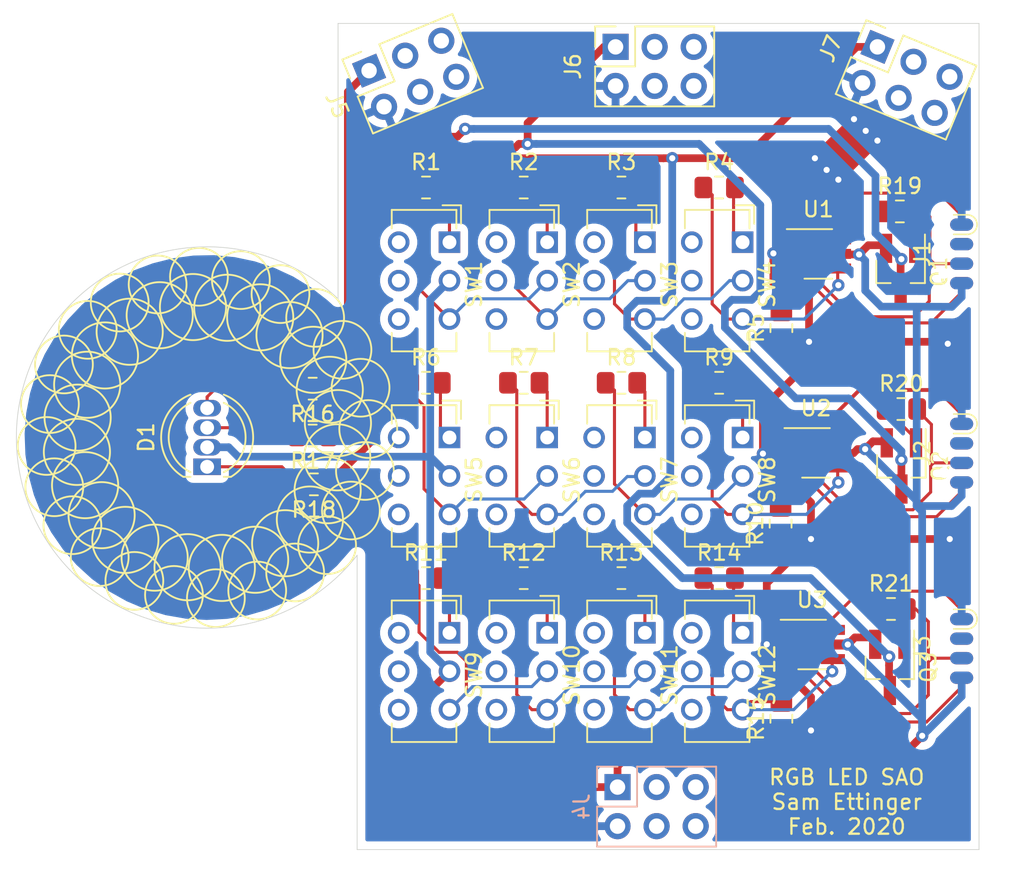
<source format=kicad_pcb>
(kicad_pcb (version 20171130) (host pcbnew "(5.1.5)-3")
  (layers (0 F.Cu signal) (31 B.Cu signal) (34 B.Paste user) (35 F.Paste user) (36 B.SilkS user) (37 F.SilkS user) (38 B.Mask user) (39 F.Mask user) (44 Edge.Cuts user))
  (net 0 "")
  (net 1 "Net-(D1-Pad4)")
  (net 2 "Net-(D1-Pad3)")
  (net 3 3.3V)
  (net 4 "Net-(D1-Pad1)")
  (net 5 0V)
  (net 6 "Net-(J1-Pad7)")
  (net 7 "Net-(J1-Pad6)")
  (net 8 /tpi_rst_1)
  (net 9 "Net-(J1-Pad2)")
  (net 10 /tpi_clk_1)
  (net 11 R_OUT)
  (net 12 "Net-(J2-Pad7)")
  (net 13 "Net-(J2-Pad6)")
  (net 14 /tpi_rst_2)
  (net 15 "Net-(J2-Pad2)")
  (net 16 /tpi_clk_2)
  (net 17 G_OUT)
  (net 18 "Net-(J3-Pad7)")
  (net 19 "Net-(J3-Pad6)")
  (net 20 /tpi_rst_3)
  (net 21 "Net-(J3-Pad2)")
  (net 22 /tpi_clk_3)
  (net 23 B_OUT)
  (net 24 GPIO1)
  (net 25 GPIO2)
  (net 26 SDA)
  (net 27 SCL)
  (net 28 "Net-(J5-Pad6)")
  (net 29 "Net-(J5-Pad5)")
  (net 30 "Net-(J5-Pad4)")
  (net 31 "Net-(J5-Pad3)")
  (net 32 PWR_OUT_1)
  (net 33 "Net-(J6-Pad6)")
  (net 34 "Net-(J6-Pad5)")
  (net 35 "Net-(J6-Pad4)")
  (net 36 "Net-(J6-Pad3)")
  (net 37 PWR_OUT_2)
  (net 38 "Net-(J7-Pad6)")
  (net 39 "Net-(J7-Pad5)")
  (net 40 "Net-(J7-Pad4)")
  (net 41 "Net-(J7-Pad3)")
  (net 42 PWR_OUT_3)
  (net 43 "Net-(R1-Pad2)")
  (net 44 "Net-(R1-Pad1)")
  (net 45 "Net-(R2-Pad2)")
  (net 46 "Net-(R2-Pad1)")
  (net 47 "Net-(R3-Pad2)")
  (net 48 "Net-(R3-Pad1)")
  (net 49 "Net-(R4-Pad2)")
  (net 50 ADC_1)
  (net 51 "Net-(R6-Pad2)")
  (net 52 "Net-(R6-Pad1)")
  (net 53 "Net-(R7-Pad2)")
  (net 54 "Net-(R7-Pad1)")
  (net 55 "Net-(R8-Pad2)")
  (net 56 "Net-(R8-Pad1)")
  (net 57 "Net-(R9-Pad2)")
  (net 58 ADC_2)
  (net 59 "Net-(R11-Pad2)")
  (net 60 "Net-(R11-Pad1)")
  (net 61 "Net-(R12-Pad2)")
  (net 62 "Net-(R12-Pad1)")
  (net 63 "Net-(R13-Pad2)")
  (net 64 "Net-(R13-Pad1)")
  (net 65 "Net-(R14-Pad2)")
  (net 66 ADC_3)
  (net 67 "Net-(Q1-Pad1)")
  (net 68 "Net-(Q2-Pad1)")
  (net 69 "Net-(Q3-Pad1)")
  (module Package_TO_SOT_SMD:SOT-23_Handsoldering (layer F.Cu) (at 186.1 78.45 270)
    (fp_text reference Q3 (at 0 -2.5 90) (layer F.SilkS))
    (fp_text value Q_PMOS_GSD)
    (pad 3 smd rect (at 1.5 0 270) (size 1.9 0.8) (layers F.Cu F.Paste F.Mask) (net 42 PWR_OUT_3))
    (pad 2 smd rect (at -1.5 0.95 270) (size 1.9 0.8) (layers F.Cu F.Paste F.Mask) (net 3 3.3V))
    (pad 1 smd rect (at -1.5 -0.95 270) (size 1.9 0.8) (layers F.Cu F.Paste F.Mask) (net 69 "Net-(Q3-Pad1)"))
  )
  (module Package_TO_SOT_SMD:SOT-23_Handsoldering (layer F.Cu) (at 186.85 65.35 270)
    (fp_text reference Q2 (at 0 -2.5 90) (layer F.SilkS))
    (fp_text value Q_PMOS_GSD)
    (pad 3 smd rect (at 1.5 0 270) (size 1.9 0.8) (layers F.Cu F.Paste F.Mask) (net 37 PWR_OUT_2))
    (pad 2 smd rect (at -1.5 0.95 270) (size 1.9 0.8) (layers F.Cu F.Paste F.Mask) (net 3 3.3V))
    (pad 1 smd rect (at -1.5 -0.95 270) (size 1.9 0.8) (layers F.Cu F.Paste F.Mask) (net 68 "Net-(Q2-Pad1)"))
  )
  (module Package_TO_SOT_SMD:SOT-23_Handsoldering (layer F.Cu) (at 186.8 52.7 270)
    (fp_text reference Q1 (at 0 -2.5 90) (layer F.SilkS))
    (fp_text value Q_PMOS_GSD)
    (pad 3 smd rect (at 1.5 0 270) (size 1.9 0.8) (layers F.Cu F.Paste F.Mask) (net 32 PWR_OUT_1))
    (pad 2 smd rect (at -1.5 0.95 270) (size 1.9 0.8) (layers F.Cu F.Paste F.Mask) (net 3 3.3V))
    (pad 1 smd rect (at -1.5 -0.95 270) (size 1.9 0.8) (layers F.Cu F.Paste F.Mask) (net 67 "Net-(Q1-Pad1)"))
  )
  (module Resistor_SMD:R_0805_2012Metric_Pad1.15x1.40mm_HandSolder (layer F.Cu) (at 186.175 74.65)
    (fp_text reference R21 (at 0 -1.65) (layer F.SilkS))
    (fp_text value 1k)
    (pad 2 smd roundrect (at 1.025 0) (size 1.15 1.4) (layers F.Cu F.Paste F.Mask) (roundrect_rratio 0.217391) (net 23 B_OUT))
    (pad 1 smd roundrect (at -1.025 0) (size 1.15 1.4) (layers F.Cu F.Paste F.Mask) (roundrect_rratio 0.217391) (net 69 "Net-(Q3-Pad1)"))
  )
  (module Resistor_SMD:R_0805_2012Metric_Pad1.15x1.40mm_HandSolder (layer F.Cu) (at 186.85 61.65)
    (fp_text reference R20 (at 0 -1.65) (layer F.SilkS))
    (fp_text value 1k)
    (pad 2 smd roundrect (at 1.025 0) (size 1.15 1.4) (layers F.Cu F.Paste F.Mask) (roundrect_rratio 0.217391) (net 17 G_OUT))
    (pad 1 smd roundrect (at -1.025 0) (size 1.15 1.4) (layers F.Cu F.Paste F.Mask) (roundrect_rratio 0.217391) (net 68 "Net-(Q2-Pad1)"))
  )
  (module Resistor_SMD:R_0805_2012Metric_Pad1.15x1.40mm_HandSolder (layer F.Cu) (at 186.75 48.8)
    (fp_text reference R19 (at 0 -1.65) (layer F.SilkS))
    (fp_text value 1k)
    (pad 2 smd roundrect (at 1.025 0) (size 1.15 1.4) (layers F.Cu F.Paste F.Mask) (roundrect_rratio 0.217391) (net 11 R_OUT))
    (pad 1 smd roundrect (at -1.025 0) (size 1.15 1.4) (layers F.Cu F.Paste F.Mask) (roundrect_rratio 0.217391) (net 67 "Net-(Q1-Pad1)"))
  )
  (module Package_TO_SOT_SMD:SOT-23-6_Handsoldering (layer F.Cu) (at 181.05 76.962)
    (fp_text reference U3 (at 0 -2.9) (layer F.SilkS))
    (fp_text value ATtiny10-TS)
    (pad 5 smd rect (at 1.35 0) (size 1.56 0.65) (layers F.Cu F.Paste F.Mask) (net 3 3.3V))
    (pad 6 smd rect (at 1.35 -0.95) (size 1.56 0.65) (layers F.Cu F.Paste F.Mask) (net 20 /tpi_rst_3))
    (pad 4 smd rect (at 1.35 0.95) (size 1.56 0.65) (layers F.Cu F.Paste F.Mask) (net 66 ADC_3))
    (pad 3 smd rect (at -1.35 0.95) (size 1.56 0.65) (layers F.Cu F.Paste F.Mask) (net 22 /tpi_clk_3))
    (pad 2 smd rect (at -1.35 0) (size 1.56 0.65) (layers F.Cu F.Paste F.Mask) (net 5 0V))
    (pad 1 smd rect (at -1.35 -0.95) (size 1.56 0.65) (layers F.Cu F.Paste F.Mask) (net 23 B_OUT))
  )
  (module Package_TO_SOT_SMD:SOT-23-6_Handsoldering (layer F.Cu) (at 181.3 64.5)
    (fp_text reference U2 (at 0 -2.9) (layer F.SilkS))
    (fp_text value ATtiny10-TS)
    (pad 5 smd rect (at 1.35 0) (size 1.56 0.65) (layers F.Cu F.Paste F.Mask) (net 3 3.3V))
    (pad 6 smd rect (at 1.35 -0.95) (size 1.56 0.65) (layers F.Cu F.Paste F.Mask) (net 14 /tpi_rst_2))
    (pad 4 smd rect (at 1.35 0.95) (size 1.56 0.65) (layers F.Cu F.Paste F.Mask) (net 58 ADC_2))
    (pad 3 smd rect (at -1.35 0.95) (size 1.56 0.65) (layers F.Cu F.Paste F.Mask) (net 16 /tpi_clk_2))
    (pad 2 smd rect (at -1.35 0) (size 1.56 0.65) (layers F.Cu F.Paste F.Mask) (net 5 0V))
    (pad 1 smd rect (at -1.35 -0.95) (size 1.56 0.65) (layers F.Cu F.Paste F.Mask) (net 17 G_OUT))
  )
  (module Package_TO_SOT_SMD:SOT-23-6_Handsoldering (layer F.Cu) (at 181.45 51.562)
    (fp_text reference U1 (at 0 -2.9) (layer F.SilkS))
    (fp_text value ATtiny10-TS)
    (pad 5 smd rect (at 1.35 0) (size 1.56 0.65) (layers F.Cu F.Paste F.Mask) (net 3 3.3V))
    (pad 6 smd rect (at 1.35 -0.95) (size 1.56 0.65) (layers F.Cu F.Paste F.Mask) (net 8 /tpi_rst_1))
    (pad 4 smd rect (at 1.35 0.95) (size 1.56 0.65) (layers F.Cu F.Paste F.Mask) (net 50 ADC_1))
    (pad 3 smd rect (at -1.35 0.95) (size 1.56 0.65) (layers F.Cu F.Paste F.Mask) (net 10 /tpi_clk_1))
    (pad 2 smd rect (at -1.35 0) (size 1.56 0.65) (layers F.Cu F.Paste F.Mask) (net 5 0V))
    (pad 1 smd rect (at -1.35 -0.95) (size 1.56 0.65) (layers F.Cu F.Paste F.Mask) (net 11 R_OUT))
  )
  (module Resistor_SMD:R_0805_2012Metric_Pad1.15x1.40mm_HandSolder (layer F.Cu) (at 148.6685 66.548 180)
    (fp_text reference R18 (at 0 -1.65) (layer F.SilkS))
    (fp_text value 1k)
    (pad 2 smd roundrect (at 1.025 0 180) (size 1.15 1.4) (layers F.Cu F.Paste F.Mask) (roundrect_rratio 0.217391) (net 4 "Net-(D1-Pad1)"))
    (pad 1 smd roundrect (at -1.025 0 180) (size 1.15 1.4) (layers F.Cu F.Paste F.Mask) (roundrect_rratio 0.217391) (net 42 PWR_OUT_3))
  )
  (module Resistor_SMD:R_0805_2012Metric_Pad1.15x1.40mm_HandSolder (layer F.Cu) (at 148.59 63.373 180)
    (fp_text reference R17 (at 0 -1.65) (layer F.SilkS))
    (fp_text value 1k)
    (pad 2 smd roundrect (at 1.025 0 180) (size 1.15 1.4) (layers F.Cu F.Paste F.Mask) (roundrect_rratio 0.217391) (net 2 "Net-(D1-Pad3)"))
    (pad 1 smd roundrect (at -1.025 0 180) (size 1.15 1.4) (layers F.Cu F.Paste F.Mask) (roundrect_rratio 0.217391) (net 37 PWR_OUT_2))
  )
  (module Resistor_SMD:R_0805_2012Metric_Pad1.15x1.40mm_HandSolder (layer F.Cu) (at 148.59 60.325 180)
    (fp_text reference R16 (at 0 -1.65) (layer F.SilkS))
    (fp_text value 1k)
    (pad 2 smd roundrect (at 1.025 0 180) (size 1.15 1.4) (layers F.Cu F.Paste F.Mask) (roundrect_rratio 0.217391) (net 1 "Net-(D1-Pad4)"))
    (pad 1 smd roundrect (at -1.025 0 180) (size 1.15 1.4) (layers F.Cu F.Paste F.Mask) (roundrect_rratio 0.217391) (net 32 PWR_OUT_1))
  )
  (module Resistor_SMD:R_0805_2012Metric_Pad1.15x1.40mm_HandSolder (layer F.Cu) (at 179.05 81.7875 90)
    (fp_text reference R15 (at 0 -1.65 90) (layer F.SilkS))
    (fp_text value 25k)
    (pad 2 smd roundrect (at 1.025 0 90) (size 1.15 1.4) (layers F.Cu F.Paste F.Mask) (roundrect_rratio 0.217391) (net 66 ADC_3))
    (pad 1 smd roundrect (at -1.025 0 90) (size 1.15 1.4) (layers F.Cu F.Paste F.Mask) (roundrect_rratio 0.217391) (net 5 0V))
  )
  (module Resistor_SMD:R_0805_2012Metric_Pad1.15x1.40mm_HandSolder (layer F.Cu) (at 175.006 72.644)
    (fp_text reference R14 (at 0 -1.65) (layer F.SilkS))
    (fp_text value 200k)
    (pad 2 smd roundrect (at 1.025 0) (size 1.15 1.4) (layers F.Cu F.Paste F.Mask) (roundrect_rratio 0.217391) (net 65 "Net-(R14-Pad2)"))
    (pad 1 smd roundrect (at -1.025 0) (size 1.15 1.4) (layers F.Cu F.Paste F.Mask) (roundrect_rratio 0.217391) (net 66 ADC_3))
  )
  (module Resistor_SMD:R_0805_2012Metric_Pad1.15x1.40mm_HandSolder (layer F.Cu) (at 168.656 72.644)
    (fp_text reference R13 (at 0 -1.65) (layer F.SilkS))
    (fp_text value 100k)
    (pad 2 smd roundrect (at 1.025 0) (size 1.15 1.4) (layers F.Cu F.Paste F.Mask) (roundrect_rratio 0.217391) (net 63 "Net-(R13-Pad2)"))
    (pad 1 smd roundrect (at -1.025 0) (size 1.15 1.4) (layers F.Cu F.Paste F.Mask) (roundrect_rratio 0.217391) (net 64 "Net-(R13-Pad1)"))
  )
  (module Resistor_SMD:R_0805_2012Metric_Pad1.15x1.40mm_HandSolder (layer F.Cu) (at 162.306 72.644)
    (fp_text reference R12 (at 0 -1.65) (layer F.SilkS))
    (fp_text value 50k)
    (pad 2 smd roundrect (at 1.025 0) (size 1.15 1.4) (layers F.Cu F.Paste F.Mask) (roundrect_rratio 0.217391) (net 61 "Net-(R12-Pad2)"))
    (pad 1 smd roundrect (at -1.025 0) (size 1.15 1.4) (layers F.Cu F.Paste F.Mask) (roundrect_rratio 0.217391) (net 62 "Net-(R12-Pad1)"))
  )
  (module Resistor_SMD:R_0805_2012Metric_Pad1.15x1.40mm_HandSolder (layer F.Cu) (at 155.956 72.644)
    (fp_text reference R11 (at 0 -1.65) (layer F.SilkS))
    (fp_text value 25k)
    (pad 2 smd roundrect (at 1.025 0) (size 1.15 1.4) (layers F.Cu F.Paste F.Mask) (roundrect_rratio 0.217391) (net 59 "Net-(R11-Pad2)"))
    (pad 1 smd roundrect (at -1.025 0) (size 1.15 1.4) (layers F.Cu F.Paste F.Mask) (roundrect_rratio 0.217391) (net 60 "Net-(R11-Pad1)"))
  )
  (module Resistor_SMD:R_0805_2012Metric_Pad1.15x1.40mm_HandSolder (layer F.Cu) (at 179 69.1 90)
    (fp_text reference R10 (at 0 -1.65 90) (layer F.SilkS))
    (fp_text value 25k)
    (pad 2 smd roundrect (at 1.025 0 90) (size 1.15 1.4) (layers F.Cu F.Paste F.Mask) (roundrect_rratio 0.217391) (net 58 ADC_2))
    (pad 1 smd roundrect (at -1.025 0 90) (size 1.15 1.4) (layers F.Cu F.Paste F.Mask) (roundrect_rratio 0.217391) (net 5 0V))
  )
  (module Resistor_SMD:R_0805_2012Metric_Pad1.15x1.40mm_HandSolder (layer F.Cu) (at 175.006 59.944)
    (fp_text reference R9 (at 0 -1.65) (layer F.SilkS))
    (fp_text value 200k)
    (pad 2 smd roundrect (at 1.025 0) (size 1.15 1.4) (layers F.Cu F.Paste F.Mask) (roundrect_rratio 0.217391) (net 57 "Net-(R9-Pad2)"))
    (pad 1 smd roundrect (at -1.025 0) (size 1.15 1.4) (layers F.Cu F.Paste F.Mask) (roundrect_rratio 0.217391) (net 58 ADC_2))
  )
  (module Resistor_SMD:R_0805_2012Metric_Pad1.15x1.40mm_HandSolder (layer F.Cu) (at 168.656 59.944)
    (fp_text reference R8 (at 0 -1.65) (layer F.SilkS))
    (fp_text value 100k)
    (pad 2 smd roundrect (at 1.025 0) (size 1.15 1.4) (layers F.Cu F.Paste F.Mask) (roundrect_rratio 0.217391) (net 55 "Net-(R8-Pad2)"))
    (pad 1 smd roundrect (at -1.025 0) (size 1.15 1.4) (layers F.Cu F.Paste F.Mask) (roundrect_rratio 0.217391) (net 56 "Net-(R8-Pad1)"))
  )
  (module Resistor_SMD:R_0805_2012Metric_Pad1.15x1.40mm_HandSolder (layer F.Cu) (at 162.306 59.944)
    (fp_text reference R7 (at 0 -1.65) (layer F.SilkS))
    (fp_text value 50k)
    (pad 2 smd roundrect (at 1.025 0) (size 1.15 1.4) (layers F.Cu F.Paste F.Mask) (roundrect_rratio 0.217391) (net 53 "Net-(R7-Pad2)"))
    (pad 1 smd roundrect (at -1.025 0) (size 1.15 1.4) (layers F.Cu F.Paste F.Mask) (roundrect_rratio 0.217391) (net 54 "Net-(R7-Pad1)"))
  )
  (module Resistor_SMD:R_0805_2012Metric_Pad1.15x1.40mm_HandSolder (layer F.Cu) (at 155.956 59.944)
    (fp_text reference R6 (at 0 -1.65) (layer F.SilkS))
    (fp_text value 25k)
    (pad 2 smd roundrect (at 1.025 0) (size 1.15 1.4) (layers F.Cu F.Paste F.Mask) (roundrect_rratio 0.217391) (net 51 "Net-(R6-Pad2)"))
    (pad 1 smd roundrect (at -1.025 0) (size 1.15 1.4) (layers F.Cu F.Paste F.Mask) (roundrect_rratio 0.217391) (net 52 "Net-(R6-Pad1)"))
  )
  (module Resistor_SMD:R_0805_2012Metric_Pad1.15x1.40mm_HandSolder (layer F.Cu) (at 179.05 56.388 90)
    (fp_text reference R5 (at 0 -1.65 90) (layer F.SilkS))
    (fp_text value 25k)
    (pad 2 smd roundrect (at 1.025 0 90) (size 1.15 1.4) (layers F.Cu F.Paste F.Mask) (roundrect_rratio 0.217391) (net 50 ADC_1))
    (pad 1 smd roundrect (at -1.025 0 90) (size 1.15 1.4) (layers F.Cu F.Paste F.Mask) (roundrect_rratio 0.217391) (net 5 0V))
  )
  (module Resistor_SMD:R_0805_2012Metric_Pad1.15x1.40mm_HandSolder (layer F.Cu) (at 175.006 47.244)
    (fp_text reference R4 (at 0 -1.65) (layer F.SilkS))
    (fp_text value 200k)
    (pad 2 smd roundrect (at 1.025 0) (size 1.15 1.4) (layers F.Cu F.Paste F.Mask) (roundrect_rratio 0.217391) (net 49 "Net-(R4-Pad2)"))
    (pad 1 smd roundrect (at -1.025 0) (size 1.15 1.4) (layers F.Cu F.Paste F.Mask) (roundrect_rratio 0.217391) (net 50 ADC_1))
  )
  (module Resistor_SMD:R_0805_2012Metric_Pad1.15x1.40mm_HandSolder (layer F.Cu) (at 168.656 47.244)
    (fp_text reference R3 (at 0 -1.65) (layer F.SilkS))
    (fp_text value 100k)
    (pad 2 smd roundrect (at 1.025 0) (size 1.15 1.4) (layers F.Cu F.Paste F.Mask) (roundrect_rratio 0.217391) (net 47 "Net-(R3-Pad2)"))
    (pad 1 smd roundrect (at -1.025 0) (size 1.15 1.4) (layers F.Cu F.Paste F.Mask) (roundrect_rratio 0.217391) (net 48 "Net-(R3-Pad1)"))
  )
  (module Resistor_SMD:R_0805_2012Metric_Pad1.15x1.40mm_HandSolder (layer F.Cu) (at 162.306 47.244)
    (fp_text reference R2 (at 0 -1.65) (layer F.SilkS))
    (fp_text value 50k)
    (pad 2 smd roundrect (at 1.025 0) (size 1.15 1.4) (layers F.Cu F.Paste F.Mask) (roundrect_rratio 0.217391) (net 45 "Net-(R2-Pad2)"))
    (pad 1 smd roundrect (at -1.025 0) (size 1.15 1.4) (layers F.Cu F.Paste F.Mask) (roundrect_rratio 0.217391) (net 46 "Net-(R2-Pad1)"))
  )
  (module Resistor_SMD:R_0805_2012Metric_Pad1.15x1.40mm_HandSolder (layer F.Cu) (at 155.956 47.244)
    (fp_text reference R1 (at 0 -1.65) (layer F.SilkS))
    (fp_text value 25k)
    (pad 2 smd roundrect (at 1.025 0) (size 1.15 1.4) (layers F.Cu F.Paste F.Mask) (roundrect_rratio 0.217391) (net 43 "Net-(R1-Pad2)"))
    (pad 1 smd roundrect (at -1.025 0) (size 1.15 1.4) (layers F.Cu F.Paste F.Mask) (roundrect_rratio 0.217391) (net 44 "Net-(R1-Pad1)"))
  )
  (module Button_Switch_THT:SW_CuK_JS202011CQN_DPDT_Straight (layer F.Cu) (at 176.53 76.2 270)
    (fp_text reference SW12 (at 2.75 -1.6 90) (layer F.SilkS))
    (fp_text value SW_SPDT)
    (pad 6 thru_hole circle (at 5 3.3 270) (size 1.4 1.4) (drill 0.9) (layers *.Cu *.Mask))
    (pad 5 thru_hole circle (at 2.5 3.3 270) (size 1.4 1.4) (drill 0.9) (layers *.Cu *.Mask))
    (pad 4 thru_hole circle (at 0 3.3 270) (size 1.4 1.4) (drill 0.9) (layers *.Cu *.Mask))
    (pad 3 thru_hole circle (at 5 0 270) (size 1.4 1.4) (drill 0.9) (layers *.Cu *.Mask) (net 66 ADC_3))
    (pad 2 thru_hole circle (at 2.5 0 270) (size 1.4 1.4) (drill 0.9) (layers *.Cu *.Mask) (net 64 "Net-(R13-Pad1)"))
    (pad 1 thru_hole rect (at 0 0 270) (size 1.4 1.4) (drill 0.9) (layers *.Cu *.Mask) (net 65 "Net-(R14-Pad2)"))
  )
  (module Button_Switch_THT:SW_CuK_JS202011CQN_DPDT_Straight (layer F.Cu) (at 170.18 76.2 270)
    (fp_text reference SW11 (at 2.75 -1.6 90) (layer F.SilkS))
    (fp_text value SW_SPDT)
    (pad 6 thru_hole circle (at 5 3.3 270) (size 1.4 1.4) (drill 0.9) (layers *.Cu *.Mask))
    (pad 5 thru_hole circle (at 2.5 3.3 270) (size 1.4 1.4) (drill 0.9) (layers *.Cu *.Mask))
    (pad 4 thru_hole circle (at 0 3.3 270) (size 1.4 1.4) (drill 0.9) (layers *.Cu *.Mask))
    (pad 3 thru_hole circle (at 5 0 270) (size 1.4 1.4) (drill 0.9) (layers *.Cu *.Mask) (net 64 "Net-(R13-Pad1)"))
    (pad 2 thru_hole circle (at 2.5 0 270) (size 1.4 1.4) (drill 0.9) (layers *.Cu *.Mask) (net 62 "Net-(R12-Pad1)"))
    (pad 1 thru_hole rect (at 0 0 270) (size 1.4 1.4) (drill 0.9) (layers *.Cu *.Mask) (net 63 "Net-(R13-Pad2)"))
  )
  (module Button_Switch_THT:SW_CuK_JS202011CQN_DPDT_Straight (layer F.Cu) (at 163.83 76.2 270)
    (fp_text reference SW10 (at 2.75 -1.6 90) (layer F.SilkS))
    (fp_text value SW_SPDT)
    (pad 6 thru_hole circle (at 5 3.3 270) (size 1.4 1.4) (drill 0.9) (layers *.Cu *.Mask))
    (pad 5 thru_hole circle (at 2.5 3.3 270) (size 1.4 1.4) (drill 0.9) (layers *.Cu *.Mask))
    (pad 4 thru_hole circle (at 0 3.3 270) (size 1.4 1.4) (drill 0.9) (layers *.Cu *.Mask))
    (pad 3 thru_hole circle (at 5 0 270) (size 1.4 1.4) (drill 0.9) (layers *.Cu *.Mask) (net 62 "Net-(R12-Pad1)"))
    (pad 2 thru_hole circle (at 2.5 0 270) (size 1.4 1.4) (drill 0.9) (layers *.Cu *.Mask) (net 60 "Net-(R11-Pad1)"))
    (pad 1 thru_hole rect (at 0 0 270) (size 1.4 1.4) (drill 0.9) (layers *.Cu *.Mask) (net 61 "Net-(R12-Pad2)"))
  )
  (module Button_Switch_THT:SW_CuK_JS202011CQN_DPDT_Straight (layer F.Cu) (at 157.48 76.2 270)
    (fp_text reference SW9 (at 2.75 -1.6 90) (layer F.SilkS))
    (fp_text value SW_SPDT)
    (pad 6 thru_hole circle (at 5 3.3 270) (size 1.4 1.4) (drill 0.9) (layers *.Cu *.Mask))
    (pad 5 thru_hole circle (at 2.5 3.3 270) (size 1.4 1.4) (drill 0.9) (layers *.Cu *.Mask))
    (pad 4 thru_hole circle (at 0 3.3 270) (size 1.4 1.4) (drill 0.9) (layers *.Cu *.Mask))
    (pad 3 thru_hole circle (at 5 0 270) (size 1.4 1.4) (drill 0.9) (layers *.Cu *.Mask) (net 60 "Net-(R11-Pad1)"))
    (pad 2 thru_hole circle (at 2.5 0 270) (size 1.4 1.4) (drill 0.9) (layers *.Cu *.Mask) (net 3 3.3V))
    (pad 1 thru_hole rect (at 0 0 270) (size 1.4 1.4) (drill 0.9) (layers *.Cu *.Mask) (net 59 "Net-(R11-Pad2)"))
  )
  (module Button_Switch_THT:SW_CuK_JS202011CQN_DPDT_Straight (layer F.Cu) (at 176.53 63.5 270)
    (fp_text reference SW8 (at 2.75 -1.6 90) (layer F.SilkS))
    (fp_text value SW_SPDT)
    (pad 6 thru_hole circle (at 5 3.3 270) (size 1.4 1.4) (drill 0.9) (layers *.Cu *.Mask))
    (pad 5 thru_hole circle (at 2.5 3.3 270) (size 1.4 1.4) (drill 0.9) (layers *.Cu *.Mask))
    (pad 4 thru_hole circle (at 0 3.3 270) (size 1.4 1.4) (drill 0.9) (layers *.Cu *.Mask))
    (pad 3 thru_hole circle (at 5 0 270) (size 1.4 1.4) (drill 0.9) (layers *.Cu *.Mask) (net 58 ADC_2))
    (pad 2 thru_hole circle (at 2.5 0 270) (size 1.4 1.4) (drill 0.9) (layers *.Cu *.Mask) (net 56 "Net-(R8-Pad1)"))
    (pad 1 thru_hole rect (at 0 0 270) (size 1.4 1.4) (drill 0.9) (layers *.Cu *.Mask) (net 57 "Net-(R9-Pad2)"))
  )
  (module Button_Switch_THT:SW_CuK_JS202011CQN_DPDT_Straight (layer F.Cu) (at 170.18 63.5 270)
    (fp_text reference SW7 (at 2.75 -1.6 90) (layer F.SilkS))
    (fp_text value SW_SPDT)
    (pad 6 thru_hole circle (at 5 3.3 270) (size 1.4 1.4) (drill 0.9) (layers *.Cu *.Mask))
    (pad 5 thru_hole circle (at 2.5 3.3 270) (size 1.4 1.4) (drill 0.9) (layers *.Cu *.Mask))
    (pad 4 thru_hole circle (at 0 3.3 270) (size 1.4 1.4) (drill 0.9) (layers *.Cu *.Mask))
    (pad 3 thru_hole circle (at 5 0 270) (size 1.4 1.4) (drill 0.9) (layers *.Cu *.Mask) (net 56 "Net-(R8-Pad1)"))
    (pad 2 thru_hole circle (at 2.5 0 270) (size 1.4 1.4) (drill 0.9) (layers *.Cu *.Mask) (net 54 "Net-(R7-Pad1)"))
    (pad 1 thru_hole rect (at 0 0 270) (size 1.4 1.4) (drill 0.9) (layers *.Cu *.Mask) (net 55 "Net-(R8-Pad2)"))
  )
  (module Button_Switch_THT:SW_CuK_JS202011CQN_DPDT_Straight (layer F.Cu) (at 163.83 63.5 270)
    (fp_text reference SW6 (at 2.75 -1.6 90) (layer F.SilkS))
    (fp_text value SW_SPDT)
    (pad 6 thru_hole circle (at 5 3.3 270) (size 1.4 1.4) (drill 0.9) (layers *.Cu *.Mask))
    (pad 5 thru_hole circle (at 2.5 3.3 270) (size 1.4 1.4) (drill 0.9) (layers *.Cu *.Mask))
    (pad 4 thru_hole circle (at 0 3.3 270) (size 1.4 1.4) (drill 0.9) (layers *.Cu *.Mask))
    (pad 3 thru_hole circle (at 5 0 270) (size 1.4 1.4) (drill 0.9) (layers *.Cu *.Mask) (net 54 "Net-(R7-Pad1)"))
    (pad 2 thru_hole circle (at 2.5 0 270) (size 1.4 1.4) (drill 0.9) (layers *.Cu *.Mask) (net 52 "Net-(R6-Pad1)"))
    (pad 1 thru_hole rect (at 0 0 270) (size 1.4 1.4) (drill 0.9) (layers *.Cu *.Mask) (net 53 "Net-(R7-Pad2)"))
  )
  (module Button_Switch_THT:SW_CuK_JS202011CQN_DPDT_Straight (layer F.Cu) (at 157.48 63.5 270)
    (fp_text reference SW5 (at 2.75 -1.6 90) (layer F.SilkS))
    (fp_text value SW_SPDT)
    (pad 6 thru_hole circle (at 5 3.3 270) (size 1.4 1.4) (drill 0.9) (layers *.Cu *.Mask))
    (pad 5 thru_hole circle (at 2.5 3.3 270) (size 1.4 1.4) (drill 0.9) (layers *.Cu *.Mask))
    (pad 4 thru_hole circle (at 0 3.3 270) (size 1.4 1.4) (drill 0.9) (layers *.Cu *.Mask))
    (pad 3 thru_hole circle (at 5 0 270) (size 1.4 1.4) (drill 0.9) (layers *.Cu *.Mask) (net 52 "Net-(R6-Pad1)"))
    (pad 2 thru_hole circle (at 2.5 0 270) (size 1.4 1.4) (drill 0.9) (layers *.Cu *.Mask) (net 3 3.3V))
    (pad 1 thru_hole rect (at 0 0 270) (size 1.4 1.4) (drill 0.9) (layers *.Cu *.Mask) (net 51 "Net-(R6-Pad2)"))
  )
  (module Button_Switch_THT:SW_CuK_JS202011CQN_DPDT_Straight (layer F.Cu) (at 176.53 50.8 270)
    (fp_text reference SW4 (at 2.75 -1.6 90) (layer F.SilkS))
    (fp_text value SW_SPDT)
    (pad 6 thru_hole circle (at 5 3.3 270) (size 1.4 1.4) (drill 0.9) (layers *.Cu *.Mask))
    (pad 5 thru_hole circle (at 2.5 3.3 270) (size 1.4 1.4) (drill 0.9) (layers *.Cu *.Mask))
    (pad 4 thru_hole circle (at 0 3.3 270) (size 1.4 1.4) (drill 0.9) (layers *.Cu *.Mask))
    (pad 3 thru_hole circle (at 5 0 270) (size 1.4 1.4) (drill 0.9) (layers *.Cu *.Mask) (net 50 ADC_1))
    (pad 2 thru_hole circle (at 2.5 0 270) (size 1.4 1.4) (drill 0.9) (layers *.Cu *.Mask) (net 48 "Net-(R3-Pad1)"))
    (pad 1 thru_hole rect (at 0 0 270) (size 1.4 1.4) (drill 0.9) (layers *.Cu *.Mask) (net 49 "Net-(R4-Pad2)"))
  )
  (module Button_Switch_THT:SW_CuK_JS202011CQN_DPDT_Straight (layer F.Cu) (at 170.18 50.8 270)
    (fp_text reference SW3 (at 2.75 -1.6 90) (layer F.SilkS))
    (fp_text value SW_SPDT)
    (pad 6 thru_hole circle (at 5 3.3 270) (size 1.4 1.4) (drill 0.9) (layers *.Cu *.Mask))
    (pad 5 thru_hole circle (at 2.5 3.3 270) (size 1.4 1.4) (drill 0.9) (layers *.Cu *.Mask))
    (pad 4 thru_hole circle (at 0 3.3 270) (size 1.4 1.4) (drill 0.9) (layers *.Cu *.Mask))
    (pad 3 thru_hole circle (at 5 0 270) (size 1.4 1.4) (drill 0.9) (layers *.Cu *.Mask) (net 48 "Net-(R3-Pad1)"))
    (pad 2 thru_hole circle (at 2.5 0 270) (size 1.4 1.4) (drill 0.9) (layers *.Cu *.Mask) (net 46 "Net-(R2-Pad1)"))
    (pad 1 thru_hole rect (at 0 0 270) (size 1.4 1.4) (drill 0.9) (layers *.Cu *.Mask) (net 47 "Net-(R3-Pad2)"))
  )
  (module Button_Switch_THT:SW_CuK_JS202011CQN_DPDT_Straight (layer F.Cu) (at 163.83 50.8 270)
    (fp_text reference SW2 (at 2.75 -1.6 90) (layer F.SilkS))
    (fp_text value SW_SPDT)
    (pad 6 thru_hole circle (at 5 3.3 270) (size 1.4 1.4) (drill 0.9) (layers *.Cu *.Mask))
    (pad 5 thru_hole circle (at 2.5 3.3 270) (size 1.4 1.4) (drill 0.9) (layers *.Cu *.Mask))
    (pad 4 thru_hole circle (at 0 3.3 270) (size 1.4 1.4) (drill 0.9) (layers *.Cu *.Mask))
    (pad 3 thru_hole circle (at 5 0 270) (size 1.4 1.4) (drill 0.9) (layers *.Cu *.Mask) (net 46 "Net-(R2-Pad1)"))
    (pad 2 thru_hole circle (at 2.5 0 270) (size 1.4 1.4) (drill 0.9) (layers *.Cu *.Mask) (net 44 "Net-(R1-Pad1)"))
    (pad 1 thru_hole rect (at 0 0 270) (size 1.4 1.4) (drill 0.9) (layers *.Cu *.Mask) (net 45 "Net-(R2-Pad2)"))
  )
  (module Button_Switch_THT:SW_CuK_JS202011CQN_DPDT_Straight (layer F.Cu) (at 157.48 50.8 270)
    (fp_text reference SW1 (at 2.75 -1.6 90) (layer F.SilkS))
    (fp_text value SW_SPDT)
    (pad 6 thru_hole circle (at 5 3.3 270) (size 1.4 1.4) (drill 0.9) (layers *.Cu *.Mask))
    (pad 5 thru_hole circle (at 2.5 3.3 270) (size 1.4 1.4) (drill 0.9) (layers *.Cu *.Mask))
    (pad 4 thru_hole circle (at 0 3.3 270) (size 1.4 1.4) (drill 0.9) (layers *.Cu *.Mask))
    (pad 3 thru_hole circle (at 5 0 270) (size 1.4 1.4) (drill 0.9) (layers *.Cu *.Mask) (net 44 "Net-(R1-Pad1)"))
    (pad 2 thru_hole circle (at 2.5 0 270) (size 1.4 1.4) (drill 0.9) (layers *.Cu *.Mask) (net 3 3.3V))
    (pad 1 thru_hole rect (at 0 0 270) (size 1.4 1.4) (drill 0.9) (layers *.Cu *.Mask) (net 43 "Net-(R1-Pad2)"))
  )
  (module Connector_PinSocket_2.54mm:PinSocket_2x03_P2.54mm_Vertical (layer F.Cu) (at 185.293 38.1 67.5)
    (fp_text reference J7 (at -1.27 -2.77 67.5) (layer F.SilkS))
    (fp_text value Conn_02x03_Odd_Even)
    (pad 6 thru_hole oval (at -2.54 5.08 67.5) (size 1.7 1.7) (drill 1) (layers *.Cu *.Mask) (net 38 "Net-(J7-Pad6)"))
    (pad 5 thru_hole oval (at 0 5.08 67.5) (size 1.7 1.7) (drill 1) (layers *.Cu *.Mask) (net 39 "Net-(J7-Pad5)"))
    (pad 4 thru_hole oval (at -2.54 2.54 67.5) (size 1.7 1.7) (drill 1) (layers *.Cu *.Mask) (net 40 "Net-(J7-Pad4)"))
    (pad 3 thru_hole oval (at 0 2.54 67.5) (size 1.7 1.7) (drill 1) (layers *.Cu *.Mask) (net 41 "Net-(J7-Pad3)"))
    (pad 2 thru_hole oval (at -2.54 0 67.5) (size 1.7 1.7) (drill 1) (layers *.Cu *.Mask) (net 5 0V))
    (pad 1 thru_hole rect (at 0 0 67.5) (size 1.7 1.7) (drill 1) (layers *.Cu *.Mask) (net 42 PWR_OUT_3))
  )
  (module Connector_PinSocket_2.54mm:PinSocket_2x03_P2.54mm_Vertical (layer F.Cu) (at 168.275 38.1 90)
    (fp_text reference J6 (at -1.27 -2.77 90) (layer F.SilkS))
    (fp_text value Conn_02x03_Odd_Even)
    (pad 6 thru_hole oval (at -2.54 5.08 90) (size 1.7 1.7) (drill 1) (layers *.Cu *.Mask) (net 33 "Net-(J6-Pad6)"))
    (pad 5 thru_hole oval (at 0 5.08 90) (size 1.7 1.7) (drill 1) (layers *.Cu *.Mask) (net 34 "Net-(J6-Pad5)"))
    (pad 4 thru_hole oval (at -2.54 2.54 90) (size 1.7 1.7) (drill 1) (layers *.Cu *.Mask) (net 35 "Net-(J6-Pad4)"))
    (pad 3 thru_hole oval (at 0 2.54 90) (size 1.7 1.7) (drill 1) (layers *.Cu *.Mask) (net 36 "Net-(J6-Pad3)"))
    (pad 2 thru_hole oval (at -2.54 0 90) (size 1.7 1.7) (drill 1) (layers *.Cu *.Mask) (net 5 0V))
    (pad 1 thru_hole rect (at 0 0 90) (size 1.7 1.7) (drill 1) (layers *.Cu *.Mask) (net 37 PWR_OUT_2))
  )
  (module Connector_PinSocket_2.54mm:PinSocket_2x03_P2.54mm_Vertical (layer F.Cu) (at 152.25633 39.646362 112.5)
    (fp_text reference J5 (at -1.27 -2.77 112.5) (layer F.SilkS))
    (fp_text value Conn_02x03_Odd_Even)
    (pad 6 thru_hole oval (at -2.54 5.08 112.5) (size 1.7 1.7) (drill 1) (layers *.Cu *.Mask) (net 28 "Net-(J5-Pad6)"))
    (pad 5 thru_hole oval (at 0 5.08 112.5) (size 1.7 1.7) (drill 1) (layers *.Cu *.Mask) (net 29 "Net-(J5-Pad5)"))
    (pad 4 thru_hole oval (at -2.54 2.54 112.5) (size 1.7 1.7) (drill 1) (layers *.Cu *.Mask) (net 30 "Net-(J5-Pad4)"))
    (pad 3 thru_hole oval (at 0 2.54 112.5) (size 1.7 1.7) (drill 1) (layers *.Cu *.Mask) (net 31 "Net-(J5-Pad3)"))
    (pad 2 thru_hole oval (at -2.54 0 112.5) (size 1.7 1.7) (drill 1) (layers *.Cu *.Mask) (net 5 0V))
    (pad 1 thru_hole rect (at 0 0 112.5) (size 1.7 1.7) (drill 1) (layers *.Cu *.Mask) (net 32 PWR_OUT_1))
  )
  (module Connector_PinHeader_2.54mm:PinHeader_2x03_P2.54mm_Vertical (layer B.Cu) (at 168.402 86.233 270)
    (fp_text reference J4 (at 1.27 2.33 270) (layer B.SilkS) (effects (justify mirror)))
    (fp_text value Conn_02x03_Odd_Even)
    (pad 6 thru_hole oval (at 2.54 -5.08 270) (size 1.7 1.7) (drill 1) (layers *.Cu *.Mask) (net 25 GPIO2))
    (pad 5 thru_hole oval (at 0 -5.08 270) (size 1.7 1.7) (drill 1) (layers *.Cu *.Mask) (net 24 GPIO1))
    (pad 4 thru_hole oval (at 2.54 -2.54 270) (size 1.7 1.7) (drill 1) (layers *.Cu *.Mask) (net 27 SCL))
    (pad 3 thru_hole oval (at 0 -2.54 270) (size 1.7 1.7) (drill 1) (layers *.Cu *.Mask) (net 26 SDA))
    (pad 2 thru_hole oval (at 2.54 0 270) (size 1.7 1.7) (drill 1) (layers *.Cu *.Mask) (net 5 0V))
    (pad 1 thru_hole rect (at 0 0 270) (size 1.7 1.7) (drill 1) (layers *.Cu *.Mask) (net 3 3.3V))
  )
  (module 12bitbadge:SOIC_clipProgSmall (layer F.Cu) (at 191.516 77.216 90)
    (fp_text reference J3 (at 0 -3.302 90) (layer F.SilkS))
    (fp_text value Conn_02x04_Counter_Clockwise)
    (pad "" np_thru_hole circle (at 2.54 -1.905 90) (size 0.7 0.7) (drill 0.7) (layers *.Cu *.Mask))
    (pad "" np_thru_hole circle (at 1.27 -1.905 90) (size 0.7 0.7) (drill 0.7) (layers *.Cu *.Mask))
    (pad "" np_thru_hole circle (at 0 -1.905 90) (size 0.7 0.7) (drill 0.7) (layers *.Cu *.Mask))
    (pad "" np_thru_hole circle (at -1.27 -1.905 90) (size 0.7 0.7) (drill 0.7) (layers *.Cu *.Mask))
    (pad "" np_thru_hole circle (at -2.54 -1.905 90) (size 0.7 0.7) (drill 0.7) (layers *.Cu *.Mask))
    (pad 8 smd oval (at 1.905 -0.75 90) (size 0.8 1.5) (layers B.Cu B.Mask) (net 5 0V))
    (pad 7 smd oval (at 0.635 -0.75 90) (size 0.8 1.5) (layers B.Cu B.Mask) (net 18 "Net-(J3-Pad7)"))
    (pad 6 smd oval (at -0.635 -0.75 90) (size 0.8 1.5) (layers B.Cu B.Mask) (net 19 "Net-(J3-Pad6)"))
    (pad 1 smd oval (at 1.905 -0.75 90) (size 0.8 1.5) (layers F.Cu F.Mask) (net 20 /tpi_rst_3))
    (pad 2 smd oval (at 0.635 -0.75 90) (size 0.8 1.5) (layers F.Cu F.Mask) (net 21 "Net-(J3-Pad2)"))
    (pad 3 smd oval (at -0.635 -0.75 90) (size 0.8 1.5) (layers F.Cu F.Mask) (net 23 B_OUT))
    (pad 4 smd oval (at -1.905 -0.75 90) (size 0.8 1.5) (layers F.Cu F.Mask) (net 22 /tpi_clk_3))
    (pad 5 smd oval (at -1.905 -0.75 90) (size 0.8 1.5) (layers B.Cu B.Mask) (net 3 3.3V))
  )
  (module 12bitbadge:SOIC_clipProgSmall (layer F.Cu) (at 191.516 64.516 90)
    (fp_text reference J2 (at 0 -3.302 90) (layer F.SilkS))
    (fp_text value Conn_02x04_Counter_Clockwise)
    (pad "" np_thru_hole circle (at 2.54 -1.905 90) (size 0.7 0.7) (drill 0.7) (layers *.Cu *.Mask))
    (pad "" np_thru_hole circle (at 1.27 -1.905 90) (size 0.7 0.7) (drill 0.7) (layers *.Cu *.Mask))
    (pad "" np_thru_hole circle (at 0 -1.905 90) (size 0.7 0.7) (drill 0.7) (layers *.Cu *.Mask) (clearance 0.1))
    (pad "" np_thru_hole circle (at -1.27 -1.905 90) (size 0.7 0.7) (drill 0.7) (layers *.Cu *.Mask) (clearance 0.1))
    (pad "" np_thru_hole circle (at -2.54 -1.905 90) (size 0.7 0.7) (drill 0.7) (layers *.Cu *.Mask))
    (pad 8 smd oval (at 1.905 -0.75 90) (size 0.8 1.5) (layers B.Cu B.Mask) (net 5 0V))
    (pad 7 smd oval (at 0.635 -0.75 90) (size 0.8 1.5) (layers B.Cu B.Mask) (net 12 "Net-(J2-Pad7)"))
    (pad 6 smd oval (at -0.635 -0.75 90) (size 0.8 1.5) (layers B.Cu B.Mask) (net 13 "Net-(J2-Pad6)"))
    (pad 1 smd oval (at 1.905 -0.75 90) (size 0.8 1.5) (layers F.Cu F.Mask) (net 14 /tpi_rst_2))
    (pad 2 smd oval (at 0.635 -0.75 90) (size 0.8 1.5) (layers F.Cu F.Mask) (net 15 "Net-(J2-Pad2)"))
    (pad 3 smd oval (at -0.635 -0.75 90) (size 0.8 1.5) (layers F.Cu F.Mask) (net 17 G_OUT))
    (pad 4 smd oval (at -1.905 -0.75 90) (size 0.8 1.5) (layers F.Cu F.Mask) (net 16 /tpi_clk_2))
    (pad 5 smd oval (at -1.905 -0.75 90) (size 0.8 1.5) (layers B.Cu B.Mask) (net 3 3.3V))
  )
  (module 12bitbadge:SOIC_clipProgSmall (layer F.Cu) (at 191.516 51.562 90)
    (fp_text reference J1 (at 0 -3.302 90) (layer F.SilkS))
    (fp_text value Conn_02x04_Counter_Clockwise)
    (pad "" np_thru_hole circle (at 2.54 -1.905 90) (size 0.7 0.7) (drill 0.7) (layers *.Cu *.Mask))
    (pad "" np_thru_hole circle (at 1.27 -1.905 90) (size 0.7 0.7) (drill 0.7) (layers *.Cu *.Mask))
    (pad "" np_thru_hole circle (at 0 -1.905 90) (size 0.7 0.7) (drill 0.7) (layers *.Cu *.Mask))
    (pad "" np_thru_hole circle (at -1.27 -1.905 90) (size 0.7 0.7) (drill 0.7) (layers *.Cu *.Mask))
    (pad "" np_thru_hole circle (at -2.54 -1.905 90) (size 0.7 0.7) (drill 0.7) (layers *.Cu *.Mask))
    (pad 8 smd oval (at 1.905 -0.75 90) (size 0.8 1.5) (layers B.Cu B.Mask) (net 5 0V))
    (pad 7 smd oval (at 0.635 -0.75 90) (size 0.8 1.5) (layers B.Cu B.Mask) (net 6 "Net-(J1-Pad7)"))
    (pad 6 smd oval (at -0.635 -0.75 90) (size 0.8 1.5) (layers B.Cu B.Mask) (net 7 "Net-(J1-Pad6)"))
    (pad 1 smd oval (at 1.905 -0.75 90) (size 0.8 1.5) (layers F.Cu F.Mask) (net 8 /tpi_rst_1))
    (pad 2 smd oval (at 0.635 -0.75 90) (size 0.8 1.5) (layers F.Cu F.Mask) (net 9 "Net-(J1-Pad2)"))
    (pad 3 smd oval (at -0.635 -0.75 90) (size 0.8 1.5) (layers F.Cu F.Mask) (net 11 R_OUT))
    (pad 4 smd oval (at -1.905 -0.75 90) (size 0.8 1.5) (layers F.Cu F.Mask) (net 10 /tpi_clk_1))
    (pad 5 smd oval (at -1.905 -0.75 90) (size 0.8 1.5) (layers B.Cu B.Mask) (net 3 3.3V))
  )
  (module LED_THT:LED_D5.0mm-4_RGB (layer F.Cu) (at 141.732 65.405 90)
    (fp_text reference D1 (at 1.905 -3.96 90) (layer F.SilkS))
    (fp_text value LED_RAGB)
    (pad 4 thru_hole oval (at 3.81 0 90) (size 1.07 1.8) (drill 0.9) (layers *.Cu *.Mask) (net 1 "Net-(D1-Pad4)"))
    (pad 3 thru_hole oval (at 2.54 0 90) (size 1.07 1.8) (drill 0.9) (layers *.Cu *.Mask) (net 2 "Net-(D1-Pad3)"))
    (pad 2 thru_hole oval (at 1.27 0 90) (size 1.07 1.8) (drill 0.9) (layers *.Cu *.Mask) (net 3 3.3V))
    (pad 1 thru_hole rect (at 0 0 90) (size 1.07 1.8) (drill 0.9) (layers *.Cu *.Mask) (net 4 "Net-(D1-Pad1)"))
  )
  (gr_circle (center 143.9234 53.263725) (end 144.256148 55.112854) (layer F.SilkS) (width 0.12))
  (gr_circle (center 146.498686 54.175035) (end 146.341506 56.047278) (layer F.SilkS) (width 0.12))
  (gr_circle (center 148.750357 55.721825) (end 148.113961 57.489592) (layer F.SilkS) (width 0.12))
  (gr_circle (center 150.524965 57.798686) (end 149.452722 59.341506) (layer F.SilkS) (width 0.12))
  (gr_circle (center 151.701574 60.264082) (end 150.266555 61.476815) (layer F.SilkS) (width 0.12))
  (gr_circle (center 152.2 62.95) (end 150.5 63.75) (layer F.SilkS) (width 0.12))
  (gr_circle (center 151.986275 65.6734) (end 150.137146 66.006148) (layer F.SilkS) (width 0.12))
  (gr_circle (center 151.074965 68.248686) (end 149.202722 68.091506) (layer F.SilkS) (width 0.12))
  (gr_circle (center 149.528175 70.500357) (end 147.760408 69.863961) (layer F.SilkS) (width 0.12))
  (gr_circle (center 147.451314 72.274965) (end 145.908494 71.202722) (layer F.SilkS) (width 0.12))
  (gr_circle (center 144.985918 73.451574) (end 143.773185 72.016555) (layer F.SilkS) (width 0.12))
  (gr_circle (center 142.3 73.95) (end 141.5 72.25) (layer F.SilkS) (width 0.12))
  (gr_circle (center 139.5766 73.736275) (end 139.243852 71.887146) (layer F.SilkS) (width 0.12))
  (gr_circle (center 137.001314 72.824965) (end 137.158494 70.952722) (layer F.SilkS) (width 0.12))
  (gr_circle (center 134.749643 71.278175) (end 135.386039 69.510408) (layer F.SilkS) (width 0.12))
  (gr_circle (center 132.975035 69.201314) (end 134.047278 67.658494) (layer F.SilkS) (width 0.12))
  (gr_circle (center 131.798426 66.735918) (end 133.233445 65.523185) (layer F.SilkS) (width 0.12))
  (gr_circle (center 131.3 64.05) (end 133 63.25) (layer F.SilkS) (width 0.12))
  (gr_circle (center 131.513725 61.3266) (end 133.362854 60.993852) (layer F.SilkS) (width 0.12))
  (gr_circle (center 132.425035 58.751314) (end 134.297278 58.908494) (layer F.SilkS) (width 0.12))
  (gr_circle (center 133.971825 56.499643) (end 135.739592 57.136039) (layer F.SilkS) (width 0.12))
  (gr_circle (center 136.048686 54.725035) (end 137.591506 55.797278) (layer F.SilkS) (width 0.12))
  (gr_circle (center 138.514082 53.548426) (end 139.726815 54.983445) (layer F.SilkS) (width 0.12))
  (gr_circle (center 140.813241 55.018551) (end 142.473582 53.651705) (layer F.SilkS) (width 0.12))
  (gr_circle (center 143.040321 55.065098) (end 144.997853 54.174554) (layer F.SilkS) (width 0.12))
  (gr_circle (center 145.179468 55.68647) (end 147.300788 55.332917) (layer F.SilkS) (width 0.12))
  (gr_circle (center 147.084902 56.840321) (end 149.225446 57.047853) (layer F.SilkS) (width 0.12))
  (gr_circle (center 148.626771 58.448019) (end 150.640665 59.202493) (layer F.SilkS) (width 0.12))
  (gr_circle (center 149.7 60.4) (end 151.45 61.65) (layer F.SilkS) (width 0.12))
  (gr_circle (center 150.231449 62.563241) (end 151.598295 64.223582) (layer F.SilkS) (width 0.12))
  (gr_circle (center 150.184902 64.790321) (end 151.075446 66.747853) (layer F.SilkS) (width 0.12))
  (gr_circle (center 149.56353 66.929468) (end 149.917083 69.050788) (layer F.SilkS) (width 0.12))
  (gr_circle (center 148.409679 68.834902) (end 148.202147 70.975446) (layer F.SilkS) (width 0.12))
  (gr_circle (center 146.801981 70.376771) (end 146.047507 72.390665) (layer F.SilkS) (width 0.12))
  (gr_circle (center 144.85 71.45) (end 143.6 73.2) (layer F.SilkS) (width 0.12))
  (gr_circle (center 142.686759 71.981449) (end 141.026418 73.348295) (layer F.SilkS) (width 0.12))
  (gr_circle (center 140.459679 71.934902) (end 138.502147 72.825446) (layer F.SilkS) (width 0.12))
  (gr_circle (center 138.320532 71.31353) (end 136.199212 71.667083) (layer F.SilkS) (width 0.12))
  (gr_circle (center 136.415098 70.159679) (end 134.274554 69.952147) (layer F.SilkS) (width 0.12))
  (gr_circle (center 134.873229 68.551981) (end 132.859335 67.797507) (layer F.SilkS) (width 0.12))
  (gr_circle (center 133.8 66.6) (end 132.05 65.35) (layer F.SilkS) (width 0.12))
  (gr_circle (center 133.268551 64.436759) (end 131.901705 62.776418) (layer F.SilkS) (width 0.12))
  (gr_circle (center 133.315098 62.209679) (end 132.424554 60.252147) (layer F.SilkS) (width 0.12))
  (gr_circle (center 133.93647 60.070532) (end 133.582917 57.949212) (layer F.SilkS) (width 0.12))
  (gr_circle (center 135.090321 58.165098) (end 135.297853 56.024554) (layer F.SilkS) (width 0.12))
  (gr_circle (center 136.698019 56.623229) (end 137.452493 54.609335) (layer F.SilkS) (width 0.12))
  (gr_circle (center 138.65 55.55) (end 139.9 53.8) (layer F.SilkS) (width 0.12))
  (gr_circle (center 141.2 53.05) (end 142 54.75) (layer F.SilkS) (width 0.12))
  (gr_text "RGB LED SAO\nSam Ettinger\nFeb. 2020" (at 183.3 87.2) (layer F.SilkS) (effects (font (size 1 1))))
  (gr_line (start 151.480741 90.297) (end 191.897 90.297) (layer Edge.Cuts) (width 0.05))
  (gr_line (start 151.480741 71.159727) (end 151.480741 90.297) (layer Edge.Cuts) (width 0.05))
  (gr_line (start 150.241 36.576) (end 191.897 36.576) (layer Edge.Cuts) (width 0.05))
  (gr_line (start 150.241 54.483) (end 150.241 36.576) (layer Edge.Cuts) (width 0.05))
  (gr_arc (start 141.732 63.5) (end 150.241 54.483) (angle -275.182484) (layer Edge.Cuts) (width 0.05))
  (gr_line (start 191.897 90.297) (end 191.897 36.576) (layer Edge.Cuts) (width 0.05))
  (segment (start 166.88 55.8) (end 166.88 55.624) (width 0.2) (layer B.Cu) (net 0))
  (segment (start 147.165 60.325) (end 147.6525 60.325) (width 0.2) (layer F.Cu) (net 1))
  (segment (start 142.267 60.325) (end 147.165 60.325) (width 0.2) (layer F.Cu) (net 1))
  (segment (start 141.732 60.86) (end 142.267 60.325) (width 0.2) (layer F.Cu) (net 1))
  (segment (start 141.732 61.595) (end 141.732 60.86) (width 0.2) (layer F.Cu) (net 1))
  (segment (start 147.1445 62.865) (end 147.6525 63.373) (width 0.2) (layer F.Cu) (net 2))
  (segment (start 141.732 62.865) (end 147.1445 62.865) (width 0.2) (layer F.Cu) (net 2))
  (segment (start 190.766 66.421) (end 190.766 67.298) (width 0.5) (layer B.Cu) (net 3))
  (segment (start 190.766 67.298) (end 190.107999 67.956001) (width 0.5) (layer B.Cu) (net 3))
  (segment (start 190.766 53.467) (end 190.766 54.367) (width 0.5) (layer B.Cu) (net 3))
  (segment (start 190.766 54.367) (end 190.130999 55.002001) (width 0.5) (layer B.Cu) (net 3))
  (segment (start 143.747 64.75) (end 143.132 64.135) (width 0.5) (layer B.Cu) (net 3))
  (segment (start 143.132 64.135) (end 141.732 64.135) (width 0.5) (layer B.Cu) (net 3))
  (segment (start 156.23 64.75) (end 143.747 64.75) (width 0.5) (layer B.Cu) (net 3))
  (segment (start 157.48 66) (end 156.23 64.75) (width 0.5) (layer B.Cu) (net 3))
  (segment (start 156.23 54.55) (end 157.48 53.3) (width 0.5) (layer B.Cu) (net 3))
  (segment (start 156.23 64.75) (end 156.23 54.55) (width 0.5) (layer B.Cu) (net 3))
  (segment (start 156.23 77.45) (end 157.48 78.7) (width 0.5) (layer B.Cu) (net 3))
  (segment (start 156.23 64.75) (end 156.23 77.45) (width 0.5) (layer B.Cu) (net 3))
  (segment (start 160.274 86.233) (end 167.052 86.233) (width 0.5) (layer F.Cu) (net 3))
  (segment (start 155.829 81.788) (end 160.274 86.233) (width 0.5) (layer F.Cu) (net 3))
  (segment (start 167.052 86.233) (end 168.402 86.233) (width 0.5) (layer F.Cu) (net 3))
  (segment (start 157.48 78.7) (end 155.829 80.351) (width 0.5) (layer F.Cu) (net 3))
  (segment (start 155.829 80.351) (end 155.829 81.788) (width 0.5) (layer F.Cu) (net 3))
  (segment (start 187.844001 55.002001) (end 187.833 54.991) (width 0.5) (layer B.Cu) (net 3))
  (segment (start 187.844001 67.956001) (end 187.844001 55.002001) (width 0.5) (layer B.Cu) (net 3))
  (segment (start 190.130999 55.002001) (end 187.833 54.991) (width 0.5) (layer B.Cu) (net 3))
  (segment (start 190.107999 67.956001) (end 187.844001 67.956001) (width 0.5) (layer B.Cu) (net 3))
  (segment (start 182.71 64.516) (end 183.74 64.516) (width 0.5) (layer F.Cu) (net 3))
  (segment (start 183.74 64.516) (end 184 64.256) (width 0.5) (layer F.Cu) (net 3))
  (segment (start 182.4 76.962) (end 182.71 76.962) (width 0.5) (layer F.Cu) (net 3))
  (segment (start 182.4 76.962) (end 183.365002 76.962) (width 0.5) (layer F.Cu) (net 3))
  (segment (start 183.365002 76.962) (end 183.827002 76.5) (width 0.5) (layer F.Cu) (net 3))
  (segment (start 185 63.75) (end 184.494 64.256) (width 0.5) (layer F.Cu) (net 3))
  (segment (start 185.9 63.75) (end 185 63.75) (width 0.5) (layer F.Cu) (net 3))
  (segment (start 187.844001 67.606001) (end 184.893993 64.655993) (width 0.5) (layer B.Cu) (net 3))
  (segment (start 187.844001 67.956001) (end 187.844001 67.606001) (width 0.5) (layer B.Cu) (net 3))
  (segment (start 184.893993 64.655993) (end 184.493994 64.255994) (width 0.5) (layer B.Cu) (net 3))
  (segment (start 184 64.256) (end 184.494 64.256) (width 0.5) (layer F.Cu) (net 3))
  (segment (start 184.494 64.256) (end 184.493994 64.255994) (width 0.5) (layer F.Cu) (net 3))
  (via (at 184.493994 64.255994) (size 0.8) (drill 0.4) (layers F.Cu B.Cu) (net 3))
  (via (at 184.1 51.6) (size 0.8) (drill 0.4) (layers F.Cu B.Cu) (net 3))
  (segment (start 183.534315 51.6) (end 184.1 51.6) (width 0.5) (layer F.Cu) (net 3))
  (segment (start 182.748 51.6) (end 183.534315 51.6) (width 0.5) (layer F.Cu) (net 3))
  (segment (start 182.71 51.562) (end 182.748 51.6) (width 0.5) (layer F.Cu) (net 3))
  (segment (start 184.499999 51.999999) (end 184.1 51.6) (width 0.5) (layer B.Cu) (net 3))
  (segment (start 184.499999 53.949999) (end 184.499999 51.999999) (width 0.5) (layer B.Cu) (net 3))
  (segment (start 187.833 54.991) (end 185.541 54.991) (width 0.5) (layer B.Cu) (net 3))
  (segment (start 185.541 54.991) (end 184.499999 53.949999) (width 0.5) (layer B.Cu) (net 3))
  (segment (start 184.7 51) (end 184.1 51.6) (width 0.5) (layer F.Cu) (net 3))
  (segment (start 185.85 51) (end 184.7 51) (width 0.5) (layer F.Cu) (net 3))
  (segment (start 185.15 76.5) (end 183.827002 76.5) (width 0.5) (layer F.Cu) (net 3))
  (segment (start 183.827002 76.5) (end 183.364997 76.962005) (width 0.5) (layer F.Cu) (net 3))
  (via (at 183.364997 76.962005) (size 0.8) (drill 0.4) (layers F.Cu B.Cu) (net 3))
  (segment (start 188.2 68.312) (end 188.2 82.334315) (width 0.5) (layer B.Cu) (net 3))
  (segment (start 168.402 86.233) (end 168.402 84.883) (width 0.5) (layer F.Cu) (net 3))
  (segment (start 168.402 84.883) (end 168.835 84.45) (width 0.5) (layer F.Cu) (net 3))
  (segment (start 186.65 84.45) (end 187.800001 83.299999) (width 0.5) (layer F.Cu) (net 3))
  (segment (start 168.835 84.45) (end 186.65 84.45) (width 0.5) (layer F.Cu) (net 3))
  (segment (start 188.599999 82.500001) (end 188.2 82.9) (width 0.5) (layer B.Cu) (net 3))
  (via (at 188.2 82.9) (size 0.8) (drill 0.4) (layers F.Cu B.Cu) (net 3))
  (segment (start 187.844001 67.956001) (end 188.2 68.312) (width 0.5) (layer B.Cu) (net 3))
  (segment (start 190.766 79.121) (end 190.766 80.334) (width 0.5) (layer B.Cu) (net 3))
  (segment (start 190.766 80.334) (end 188.599999 82.500001) (width 0.5) (layer B.Cu) (net 3))
  (segment (start 188.2 82.334315) (end 188.2 82.9) (width 0.5) (layer B.Cu) (net 3))
  (segment (start 183.364997 76.962005) (end 188.2 81.797008) (width 0.5) (layer B.Cu) (net 3))
  (segment (start 187.800001 83.299999) (end 188.2 82.9) (width 0.5) (layer F.Cu) (net 3))
  (segment (start 188.2 81.797008) (end 188.2 82.9) (width 0.5) (layer B.Cu) (net 3))
  (segment (start 146.588 65.405) (end 147.731 66.548) (width 0.2) (layer F.Cu) (net 4))
  (segment (start 141.732 65.405) (end 146.588 65.405) (width 0.2) (layer F.Cu) (net 4))
  (segment (start 182.753 46.736) (end 185.293 44.196) (width 0.5) (layer F.Cu) (net 5))
  (via (at 182.753 46.736) (size 0.8) (drill 0.4) (layers F.Cu B.Cu) (net 5))
  (via (at 185.293 44.196) (size 0.8) (drill 0.4) (layers F.Cu B.Cu) (net 5))
  (segment (start 181.229 45.339) (end 183.769 42.799) (width 0.5) (layer F.Cu) (net 5))
  (via (at 181.229 45.339) (size 0.8) (drill 0.4) (layers F.Cu B.Cu) (net 5))
  (via (at 183.769 42.799) (size 0.8) (drill 0.4) (layers F.Cu B.Cu) (net 5))
  (via (at 181.991 46.101) (size 0.8) (drill 0.4) (layers F.Cu B.Cu) (net 5))
  (via (at 184.531 43.561) (size 0.8) (drill 0.4) (layers F.Cu B.Cu) (net 5))
  (segment (start 181.991 46.101) (end 184.531 43.561) (width 2) (layer F.Cu) (net 5))
  (via (at 180.848 57.277) (size 0.8) (drill 0.4) (layers F.Cu B.Cu) (net 5))
  (segment (start 179.578 57.3255) (end 180.7995 57.3255) (width 0.5) (layer F.Cu) (net 5))
  (segment (start 180.7995 57.3255) (end 180.848 57.277) (width 0.5) (layer F.Cu) (net 5))
  (via (at 180.975 70.104) (size 0.8) (drill 0.4) (layers F.Cu B.Cu) (net 5))
  (segment (start 179.578 70.0255) (end 180.8965 70.0255) (width 0.5) (layer F.Cu) (net 5))
  (segment (start 180.8965 70.0255) (end 180.975 70.104) (width 0.5) (layer F.Cu) (net 5))
  (via (at 180.975 82.55) (size 0.8) (drill 0.4) (layers F.Cu B.Cu) (net 5))
  (segment (start 179.578 82.55) (end 180.975 82.55) (width 0.5) (layer F.Cu) (net 5))
  (via (at 189.992 70.104) (size 0.8) (drill 0.4) (layers F.Cu B.Cu) (net 5))
  (segment (start 180.975 70.104) (end 189.992 70.104) (width 0.5) (layer F.Cu) (net 5))
  (via (at 189.865 57.404) (size 0.8) (drill 0.4) (layers F.Cu B.Cu) (net 5))
  (segment (start 180.848 57.277) (end 189.738 57.277) (width 0.5) (layer F.Cu) (net 5))
  (segment (start 189.738 57.277) (end 189.865 57.404) (width 0.5) (layer F.Cu) (net 5))
  (via (at 178.530012 51.527466) (size 0.8) (drill 0.4) (layers F.Cu B.Cu) (net 5))
  (segment (start 180.475466 51.527466) (end 179.095697 51.527466) (width 0.5) (layer F.Cu) (net 5))
  (segment (start 179.095697 51.527466) (end 178.530012 51.527466) (width 0.5) (layer F.Cu) (net 5))
  (segment (start 180.51 51.562) (end 180.475466 51.527466) (width 0.5) (layer F.Cu) (net 5))
  (segment (start 178.530012 52.093151) (end 178.530012 51.527466) (width 0.5) (layer F.Cu) (net 5))
  (segment (start 180.848 54.448) (end 180.3 53.9) (width 0.5) (layer F.Cu) (net 5))
  (segment (start 180.848 57.277) (end 180.848 54.448) (width 0.5) (layer F.Cu) (net 5))
  (segment (start 180.3 53.9) (end 178.95 53.9) (width 0.5) (layer F.Cu) (net 5))
  (segment (start 178.95 53.9) (end 178.530012 53.480012) (width 0.5) (layer F.Cu) (net 5))
  (segment (start 178.530012 53.480012) (end 178.530012 52.093151) (width 0.5) (layer F.Cu) (net 5))
  (via (at 177.85 64.55) (size 0.8) (drill 0.4) (layers F.Cu B.Cu) (net 5))
  (segment (start 177.884 64.516) (end 177.85 64.55) (width 0.5) (layer F.Cu) (net 5))
  (segment (start 180.51 64.516) (end 177.884 64.516) (width 0.5) (layer F.Cu) (net 5))
  (segment (start 177.85 61.6) (end 177.85 64.55) (width 0.5) (layer F.Cu) (net 5))
  (segment (start 180.848 57.277) (end 180.848 58.602) (width 0.5) (layer F.Cu) (net 5))
  (segment (start 180.848 58.602) (end 177.85 61.6) (width 0.5) (layer F.Cu) (net 5))
  (segment (start 178.249999 64.949999) (end 177.85 64.55) (width 0.5) (layer F.Cu) (net 5))
  (segment (start 180.975 67.725) (end 179.9 66.65) (width 0.5) (layer F.Cu) (net 5))
  (segment (start 180.975 70.104) (end 180.975 67.725) (width 0.5) (layer F.Cu) (net 5))
  (segment (start 178.249999 66.049999) (end 178.249999 64.949999) (width 0.5) (layer F.Cu) (net 5))
  (segment (start 179.9 66.65) (end 178.85 66.65) (width 0.5) (layer F.Cu) (net 5))
  (segment (start 178.85 66.65) (end 178.249999 66.049999) (width 0.5) (layer F.Cu) (net 5))
  (via (at 178.100002 76.95) (size 0.8) (drill 0.4) (layers F.Cu B.Cu) (net 5))
  (segment (start 180.975 70.104) (end 178.100002 72.978998) (width 0.5) (layer F.Cu) (net 5))
  (segment (start 178.100002 76.384315) (end 178.100002 76.95) (width 0.5) (layer F.Cu) (net 5))
  (segment (start 178.100002 72.978998) (end 178.100002 76.384315) (width 0.5) (layer F.Cu) (net 5))
  (segment (start 178.112002 76.962) (end 178.100002 76.95) (width 0.5) (layer F.Cu) (net 5))
  (segment (start 178.100002 78.700002) (end 178.100002 76.95) (width 0.5) (layer F.Cu) (net 5))
  (segment (start 178.75 79.35) (end 178.100002 78.700002) (width 0.5) (layer F.Cu) (net 5))
  (segment (start 179.95 79.35) (end 178.75 79.35) (width 0.5) (layer F.Cu) (net 5))
  (segment (start 180.975 82.55) (end 180.975 80.375) (width 0.5) (layer F.Cu) (net 5))
  (segment (start 180.975 80.375) (end 179.95 79.35) (width 0.5) (layer F.Cu) (net 5))
  (segment (start 179.688 76.95) (end 179.7 76.962) (width 0.5) (layer F.Cu) (net 5))
  (segment (start 178.100002 76.95) (end 179.688 76.95) (width 0.5) (layer F.Cu) (net 5))
  (segment (start 189.318989 47.609989) (end 190.766 49.057) (width 0.2) (layer F.Cu) (net 8))
  (segment (start 184.251009 47.609989) (end 189.318989 47.609989) (width 0.2) (layer F.Cu) (net 8))
  (segment (start 190.766 49.057) (end 190.766 49.657) (width 0.2) (layer F.Cu) (net 8))
  (segment (start 182.71 50.612) (end 182.71 49.150998) (width 0.2) (layer F.Cu) (net 8))
  (segment (start 182.71 49.150998) (end 184.251009 47.609989) (width 0.2) (layer F.Cu) (net 8))
  (segment (start 190.766 54.067) (end 188.782989 56.050011) (width 0.2) (layer F.Cu) (net 10))
  (segment (start 183.523011 56.050011) (end 180.51 53.037) (width 0.2) (layer F.Cu) (net 10))
  (segment (start 180.51 53.037) (end 180.51 52.512) (width 0.2) (layer F.Cu) (net 10))
  (segment (start 190.766 53.467) (end 190.766 54.067) (width 0.2) (layer F.Cu) (net 10))
  (segment (start 188.782989 56.050011) (end 183.523011 56.050011) (width 0.2) (layer F.Cu) (net 10))
  (segment (start 190.803998 52.197) (end 188.976 52.197) (width 0.2) (layer F.Cu) (net 11))
  (segment (start 188.35 48.8) (end 187.775 48.8) (width 0.2) (layer F.Cu) (net 11))
  (segment (start 188.976 52.197) (end 188.7 51.921) (width 0.2) (layer F.Cu) (net 11))
  (segment (start 188.7 49.15) (end 188.35 48.8) (width 0.2) (layer F.Cu) (net 11))
  (segment (start 188.7 51.921) (end 188.7 49.15) (width 0.2) (layer F.Cu) (net 11))
  (segment (start 188.661 54.639) (end 188.661 52.512) (width 0.2) (layer F.Cu) (net 11))
  (segment (start 187.65 55.65) (end 188.661 54.639) (width 0.2) (layer F.Cu) (net 11))
  (segment (start 181.24 50.612) (end 181.440001 50.812001) (width 0.2) (layer F.Cu) (net 11))
  (segment (start 181.440001 53.317003) (end 183.772998 55.65) (width 0.2) (layer F.Cu) (net 11))
  (segment (start 188.661 52.512) (end 188.976 52.197) (width 0.2) (layer F.Cu) (net 11))
  (segment (start 183.772998 55.65) (end 187.65 55.65) (width 0.2) (layer F.Cu) (net 11))
  (segment (start 180.51 50.612) (end 181.24 50.612) (width 0.2) (layer F.Cu) (net 11))
  (segment (start 181.440001 50.812001) (end 181.440001 53.317003) (width 0.2) (layer F.Cu) (net 11))
  (segment (start 184.124402 60.411989) (end 189.216989 60.411989) (width 0.25) (layer F.Cu) (net 14))
  (segment (start 189.216989 60.411989) (end 190.766 61.961) (width 0.25) (layer F.Cu) (net 14))
  (segment (start 182.71 61.826391) (end 184.124402 60.411989) (width 0.25) (layer F.Cu) (net 14))
  (segment (start 182.71 63.566) (end 182.71 61.826391) (width 0.25) (layer F.Cu) (net 14))
  (segment (start 190.766 61.961) (end 190.766 62.611) (width 0.25) (layer F.Cu) (net 14))
  (segment (start 189.137 68.65) (end 183.169 68.65) (width 0.2) (layer F.Cu) (net 16))
  (segment (start 180.2475 65.7285) (end 180.51 65.466) (width 0.2) (layer F.Cu) (net 16))
  (segment (start 190.766 66.421) (end 190.766 67.021) (width 0.2) (layer F.Cu) (net 16))
  (segment (start 183.169 68.65) (end 180.2475 65.7285) (width 0.2) (layer F.Cu) (net 16))
  (segment (start 190.766 67.021) (end 189.137 68.65) (width 0.2) (layer F.Cu) (net 16))
  (segment (start 190.766 65.151) (end 188.938002 65.151) (width 0.2) (layer F.Cu) (net 17))
  (segment (start 187.875 61.725) (end 187.875 61.65) (width 0.2) (layer F.Cu) (net 17))
  (segment (start 188.8 62.65) (end 187.875 61.725) (width 0.2) (layer F.Cu) (net 17))
  (segment (start 188.938002 65.151) (end 188.8 65.012998) (width 0.2) (layer F.Cu) (net 17))
  (segment (start 188.8 65.012998) (end 188.8 62.65) (width 0.2) (layer F.Cu) (net 17))
  (segment (start 180.916 63.566) (end 180.51 63.566) (width 0.2) (layer F.Cu) (net 17))
  (segment (start 181.35 66.054002) (end 181.35 64) (width 0.2) (layer F.Cu) (net 17))
  (segment (start 188.75 65.339002) (end 188.75 67.05) (width 0.2) (layer F.Cu) (net 17))
  (segment (start 188.938002 65.151) (end 188.75 65.339002) (width 0.2) (layer F.Cu) (net 17))
  (segment (start 188.75 67.05) (end 187.6 68.2) (width 0.2) (layer F.Cu) (net 17))
  (segment (start 181.35 64) (end 180.916 63.566) (width 0.2) (layer F.Cu) (net 17))
  (segment (start 187.6 68.2) (end 183.495998 68.2) (width 0.2) (layer F.Cu) (net 17))
  (segment (start 183.495998 68.2) (end 181.35 66.054002) (width 0.2) (layer F.Cu) (net 17))
  (segment (start 184.146999 73.494999) (end 189.549999 73.494999) (width 0.2) (layer F.Cu) (net 20))
  (segment (start 189.549999 73.494999) (end 190.766 74.711) (width 0.2) (layer F.Cu) (net 20))
  (segment (start 190.766 74.711) (end 190.766 75.311) (width 0.2) (layer F.Cu) (net 20))
  (segment (start 181.889999 75.751999) (end 184.146999 73.494999) (width 0.2) (layer F.Cu) (net 20))
  (segment (start 183.65 82) (end 179.756 78.106) (width 0.2) (layer F.Cu) (net 22))
  (segment (start 188.487 82) (end 183.65 82) (width 0.2) (layer F.Cu) (net 22))
  (segment (start 179.756 78.106) (end 179.95 77.912) (width 0.2) (layer F.Cu) (net 22))
  (segment (start 190.766 79.121) (end 190.766 79.721) (width 0.2) (layer F.Cu) (net 22))
  (segment (start 190.766 79.721) (end 188.487 82) (width 0.2) (layer F.Cu) (net 22))
  (segment (start 190.676998 77.851) (end 188.849 77.851) (width 0.2) (layer F.Cu) (net 23))
  (segment (start 180.51 76.012) (end 179.95 76.012) (width 0.2) (layer F.Cu) (net 23))
  (segment (start 181.05 78.45) (end 181.05 76.3) (width 0.2) (layer F.Cu) (net 23))
  (segment (start 188.6 78.1) (end 188.6 80.25) (width 0.2) (layer F.Cu) (net 23))
  (segment (start 180.762 76.012) (end 180.51 76.012) (width 0.2) (layer F.Cu) (net 23))
  (segment (start 188.849 77.851) (end 188.6 78.1) (width 0.2) (layer F.Cu) (net 23))
  (segment (start 181.05 76.3) (end 180.762 76.012) (width 0.2) (layer F.Cu) (net 23))
  (segment (start 188.6 80.25) (end 187.4 81.45) (width 0.2) (layer F.Cu) (net 23))
  (segment (start 184.05 81.45) (end 181.05 78.45) (width 0.2) (layer F.Cu) (net 23))
  (segment (start 187.4 81.45) (end 184.05 81.45) (width 0.2) (layer F.Cu) (net 23))
  (segment (start 188.6 75.475) (end 187.775 74.65) (width 0.2) (layer F.Cu) (net 23))
  (segment (start 188.849 77.851) (end 188.6 77.602) (width 0.2) (layer F.Cu) (net 23))
  (segment (start 187.775 74.65) (end 187.2 74.65) (width 0.2) (layer F.Cu) (net 23))
  (segment (start 188.6 77.602) (end 188.6 75.475) (width 0.2) (layer F.Cu) (net 23))
  (segment (start 182.118 43.434) (end 159.061685 43.434) (width 0.5) (layer B.Cu) (net 32))
  (segment (start 159.061685 43.434) (end 158.496 43.434) (width 0.5) (layer B.Cu) (net 32))
  (via (at 158.496 43.434) (size 0.8) (drill 0.4) (layers F.Cu B.Cu) (net 32))
  (segment (start 185.166 46.482) (end 182.118 43.434) (width 0.5) (layer B.Cu) (net 32))
  (segment (start 150.876 58.9765) (end 149.5275 60.325) (width 0.5) (layer F.Cu) (net 32))
  (segment (start 158.496 43.434) (end 157.988 43.942) (width 0.5) (layer F.Cu) (net 32))
  (segment (start 150.876 45.72) (end 150.876 58.9765) (width 0.5) (layer F.Cu) (net 32))
  (segment (start 157.988 43.942) (end 152.654 43.942) (width 0.5) (layer F.Cu) (net 32))
  (segment (start 152.654 43.942) (end 150.876 45.72) (width 0.5) (layer F.Cu) (net 32))
  (segment (start 150.876 41.026692) (end 150.876 45.72) (width 0.5) (layer F.Cu) (net 32))
  (segment (start 152.25633 39.646362) (end 150.876 41.026692) (width 0.5) (layer F.Cu) (net 32))
  (via (at 186.85 51.9) (size 0.8) (drill 0.4) (layers F.Cu B.Cu) (net 32))
  (segment (start 185.166 50.216) (end 185.166 46.482) (width 0.5) (layer B.Cu) (net 32))
  (segment (start 186.85 51.9) (end 185.166 50.216) (width 0.5) (layer B.Cu) (net 32))
  (segment (start 186.8 51.95) (end 186.85 51.9) (width 0.5) (layer F.Cu) (net 32))
  (segment (start 186.8 54.2) (end 186.8 51.95) (width 0.5) (layer F.Cu) (net 32))
  (via (at 162.56 44.41101) (size 0.8) (drill 0.4) (layers F.Cu B.Cu) (net 37))
  (segment (start 149.5275 63.373) (end 151.676011 61.224489) (width 0.5) (layer F.Cu) (net 37))
  (segment (start 161.994315 44.41101) (end 162.56 44.41101) (width 0.5) (layer F.Cu) (net 37))
  (segment (start 153.211991 44.642011) (end 161.763314 44.642011) (width 0.5) (layer F.Cu) (net 37))
  (segment (start 161.763314 44.642011) (end 161.994315 44.41101) (width 0.5) (layer F.Cu) (net 37))
  (segment (start 151.676011 61.224489) (end 151.676011 46.177991) (width 0.5) (layer F.Cu) (net 37))
  (segment (start 151.676011 46.177991) (end 153.211991 44.642011) (width 0.5) (layer F.Cu) (net 37))
  (segment (start 167.513 38.1) (end 168.275 38.1) (width 0.5) (layer F.Cu) (net 37))
  (segment (start 162.56 44.41101) (end 162.56 43.053) (width 0.5) (layer F.Cu) (net 37))
  (segment (start 162.56 43.053) (end 167.513 38.1) (width 0.5) (layer F.Cu) (net 37))
  (via (at 186.85 64.95) (size 0.8) (drill 0.4) (layers F.Cu B.Cu) (net 37))
  (segment (start 163.125685 44.41101) (end 162.56 44.41101) (width 0.5) (layer B.Cu) (net 37))
  (segment (start 175.379999 56.352001) (end 175.379999 54.998001) (width 0.5) (layer B.Cu) (net 37))
  (segment (start 186.85 64.384315) (end 183.425685 60.96) (width 0.5) (layer B.Cu) (net 37))
  (segment (start 179.987998 60.96) (end 175.379999 56.352001) (width 0.5) (layer B.Cu) (net 37))
  (segment (start 177.680001 53.999999) (end 177.680001 48.384999) (width 0.5) (layer B.Cu) (net 37))
  (segment (start 186.85 64.95) (end 186.85 64.384315) (width 0.5) (layer B.Cu) (net 37))
  (segment (start 177.680001 48.384999) (end 173.706012 44.41101) (width 0.5) (layer B.Cu) (net 37))
  (segment (start 175.379999 54.998001) (end 175.828001 54.549999) (width 0.5) (layer B.Cu) (net 37))
  (segment (start 183.425685 60.96) (end 179.987998 60.96) (width 0.5) (layer B.Cu) (net 37))
  (segment (start 175.828001 54.549999) (end 177.130001 54.549999) (width 0.5) (layer B.Cu) (net 37))
  (segment (start 177.130001 54.549999) (end 177.680001 53.999999) (width 0.5) (layer B.Cu) (net 37))
  (segment (start 173.706012 44.41101) (end 163.125685 44.41101) (width 0.5) (layer B.Cu) (net 37))
  (segment (start 186.85 66.85) (end 186.85 64.95) (width 0.5) (layer F.Cu) (net 37))
  (segment (start 171.958 45.339) (end 176.704 45.339) (width 0.5) (layer F.Cu) (net 42))
  (segment (start 183.943 38.1) (end 185.293 38.1) (width 0.5) (layer F.Cu) (net 42))
  (segment (start 176.704 45.339) (end 183.943 38.1) (width 0.5) (layer F.Cu) (net 42))
  (segment (start 149.606 66.548) (end 152.476022 63.677978) (width 0.5) (layer F.Cu) (net 42))
  (segment (start 152.476022 63.677978) (end 152.476022 46.405978) (width 0.5) (layer F.Cu) (net 42))
  (segment (start 171.392315 45.339) (end 171.958 45.339) (width 0.5) (layer F.Cu) (net 42))
  (segment (start 152.476022 46.405978) (end 153.539978 45.342022) (width 0.5) (layer F.Cu) (net 42))
  (segment (start 153.539978 45.342022) (end 171.389293 45.342022) (width 0.5) (layer F.Cu) (net 42))
  (segment (start 171.389293 45.342022) (end 171.392315 45.339) (width 0.5) (layer F.Cu) (net 42))
  (via (at 171.958 45.339) (size 0.8) (drill 0.4) (layers F.Cu B.Cu) (net 42))
  (segment (start 171.958 54.08617) (end 171.43417 54.61) (width 0.5) (layer B.Cu) (net 42))
  (segment (start 171.958 45.339) (end 171.958 54.08617) (width 0.5) (layer B.Cu) (net 42))
  (segment (start 170.732001 67.150001) (end 169.827997 67.150001) (width 0.5) (layer B.Cu) (net 42))
  (segment (start 169.029999 67.947999) (end 169.029999 69.052001) (width 0.5) (layer B.Cu) (net 42))
  (segment (start 169.029999 56.352001) (end 171.831 59.153002) (width 0.5) (layer B.Cu) (net 42))
  (segment (start 185.650001 77.350001) (end 186.05 77.75) (width 0.5) (layer B.Cu) (net 42))
  (segment (start 172.621998 72.644) (end 180.944 72.644) (width 0.5) (layer B.Cu) (net 42))
  (segment (start 171.831 59.153002) (end 171.831 66.051002) (width 0.5) (layer B.Cu) (net 42))
  (segment (start 169.029999 55.247999) (end 169.029999 56.352001) (width 0.5) (layer B.Cu) (net 42))
  (segment (start 171.43417 54.61) (end 169.667998 54.61) (width 0.5) (layer B.Cu) (net 42))
  (segment (start 171.831 66.051002) (end 170.732001 67.150001) (width 0.5) (layer B.Cu) (net 42))
  (segment (start 169.667998 54.61) (end 169.029999 55.247999) (width 0.5) (layer B.Cu) (net 42))
  (segment (start 180.944 72.644) (end 185.650001 77.350001) (width 0.5) (layer B.Cu) (net 42))
  (segment (start 169.029999 69.052001) (end 172.621998 72.644) (width 0.5) (layer B.Cu) (net 42))
  (segment (start 169.827997 67.150001) (end 169.029999 67.947999) (width 0.5) (layer B.Cu) (net 42))
  (via (at 186.05 77.75) (size 0.8) (drill 0.4) (layers F.Cu B.Cu) (net 42))
  (segment (start 186.05 78.315685) (end 186.05 77.75) (width 0.5) (layer F.Cu) (net 42))
  (segment (start 186.1 79.95) (end 186.05 79.9) (width 0.5) (layer F.Cu) (net 42))
  (segment (start 186.05 79.9) (end 186.05 78.315685) (width 0.5) (layer F.Cu) (net 42))
  (segment (start 157.48 47.8305) (end 156.8935 47.244) (width 0.2) (layer F.Cu) (net 43))
  (segment (start 157.48 50.8) (end 157.48 47.8305) (width 0.2) (layer F.Cu) (net 43))
  (segment (start 155.504027 47.729527) (end 155.0185 47.244) (width 0.2) (layer F.Cu) (net 44))
  (segment (start 155.504027 53.824027) (end 155.504027 47.729527) (width 0.2) (layer F.Cu) (net 44))
  (segment (start 157.48 55.8) (end 155.504027 53.824027) (width 0.2) (layer F.Cu) (net 44))
  (segment (start 163.130001 53.999999) (end 163.83 53.3) (width 0.2) (layer B.Cu) (net 44))
  (segment (start 157.48 55.8) (end 158.797 54.483) (width 0.2) (layer B.Cu) (net 44))
  (segment (start 162.647 54.483) (end 163.130001 53.999999) (width 0.2) (layer B.Cu) (net 44))
  (segment (start 158.797 54.483) (end 162.647 54.483) (width 0.2) (layer B.Cu) (net 44))
  (segment (start 163.83 47.8305) (end 163.2435 47.244) (width 0.2) (layer F.Cu) (net 45))
  (segment (start 163.83 50.8) (end 163.83 47.8305) (width 0.2) (layer F.Cu) (net 45))
  (segment (start 161.854027 47.729527) (end 161.3685 47.244) (width 0.2) (layer F.Cu) (net 46))
  (segment (start 161.854027 53.824027) (end 161.854027 47.729527) (width 0.2) (layer F.Cu) (net 46))
  (segment (start 163.83 55.8) (end 161.854027 53.824027) (width 0.2) (layer F.Cu) (net 46))
  (segment (start 169.077 53.3) (end 170.18 53.3) (width 0.2) (layer B.Cu) (net 46))
  (segment (start 163.83 55.8) (end 165.147 54.483) (width 0.2) (layer B.Cu) (net 46))
  (segment (start 167.894 54.483) (end 169.077 53.3) (width 0.2) (layer B.Cu) (net 46))
  (segment (start 165.147 54.483) (end 167.894 54.483) (width 0.2) (layer B.Cu) (net 46))
  (segment (start 169.5935 50.2135) (end 170.18 50.8) (width 0.2) (layer F.Cu) (net 47))
  (segment (start 169.5935 47.244) (end 169.5935 50.2135) (width 0.2) (layer F.Cu) (net 47))
  (segment (start 168.204027 47.729527) (end 167.7185 47.244) (width 0.2) (layer F.Cu) (net 48))
  (segment (start 168.204027 54.813976) (end 168.204027 47.729527) (width 0.2) (layer F.Cu) (net 48))
  (segment (start 169.190051 55.8) (end 168.204027 54.813976) (width 0.2) (layer F.Cu) (net 48))
  (segment (start 170.18 55.8) (end 169.190051 55.8) (width 0.2) (layer F.Cu) (net 48))
  (segment (start 170.18 55.8) (end 171.403 55.8) (width 0.2) (layer B.Cu) (net 48))
  (segment (start 175.681 53.3) (end 176.53 53.3) (width 0.2) (layer B.Cu) (net 48))
  (segment (start 174.498 54.483) (end 175.681 53.3) (width 0.2) (layer B.Cu) (net 48))
  (segment (start 172.72 54.483) (end 174.498 54.483) (width 0.2) (layer B.Cu) (net 48))
  (segment (start 171.403 55.8) (end 172.72 54.483) (width 0.2) (layer B.Cu) (net 48))
  (segment (start 175.9435 50.2135) (end 176.53 50.8) (width 0.2) (layer F.Cu) (net 49))
  (segment (start 175.9435 47.244) (end 175.9435 50.2135) (width 0.2) (layer F.Cu) (net 49))
  (via (at 182.753 53.594) (size 0.8) (drill 0.4) (layers F.Cu B.Cu) (net 50))
  (segment (start 182.71 52.512) (end 182.71 53.551) (width 0.2) (layer F.Cu) (net 50))
  (segment (start 182.71 53.551) (end 182.753 53.594) (width 0.2) (layer F.Cu) (net 50))
  (segment (start 180.547 55.8) (end 176.53 55.8) (width 0.2) (layer B.Cu) (net 50))
  (segment (start 182.753 53.594) (end 180.547 55.8) (width 0.2) (layer B.Cu) (net 50))
  (segment (start 179.2285 55.8) (end 179.578 55.4505) (width 0.2) (layer F.Cu) (net 50))
  (segment (start 176.53 55.8) (end 179.2285 55.8) (width 0.2) (layer F.Cu) (net 50))
  (segment (start 174.554027 47.729527) (end 174.0685 47.244) (width 0.2) (layer F.Cu) (net 50))
  (segment (start 174.554027 54.813976) (end 174.554027 47.729527) (width 0.2) (layer F.Cu) (net 50))
  (segment (start 175.540051 55.8) (end 174.554027 54.813976) (width 0.2) (layer F.Cu) (net 50))
  (segment (start 176.53 55.8) (end 175.540051 55.8) (width 0.2) (layer F.Cu) (net 50))
  (segment (start 156.8935 62.9135) (end 157.48 63.5) (width 0.2) (layer F.Cu) (net 51))
  (segment (start 156.8935 59.944) (end 156.8935 62.9135) (width 0.2) (layer F.Cu) (net 51))
  (segment (start 162.330001 67.499999) (end 163.130001 66.699999) (width 0.2) (layer B.Cu) (net 52))
  (segment (start 158.480001 67.499999) (end 162.330001 67.499999) (width 0.2) (layer B.Cu) (net 52))
  (segment (start 163.130001 66.699999) (end 163.83 66) (width 0.2) (layer B.Cu) (net 52))
  (segment (start 157.48 68.5) (end 158.480001 67.499999) (width 0.2) (layer B.Cu) (net 52))
  (segment (start 155.0185 60.644) (end 155.829 61.4545) (width 0.2) (layer F.Cu) (net 52))
  (segment (start 155.0185 59.944) (end 155.0185 60.644) (width 0.2) (layer F.Cu) (net 52))
  (segment (start 155.829 66.849) (end 157.48 68.5) (width 0.2) (layer F.Cu) (net 52))
  (segment (start 155.829 61.4545) (end 155.829 66.849) (width 0.2) (layer F.Cu) (net 52))
  (segment (start 163.83 60.5305) (end 163.2435 59.944) (width 0.2) (layer F.Cu) (net 53))
  (segment (start 163.83 63.5) (end 163.83 60.5305) (width 0.2) (layer F.Cu) (net 53))
  (segment (start 161.854027 60.429527) (end 161.3685 59.944) (width 0.2) (layer F.Cu) (net 54))
  (segment (start 161.854027 67.513976) (end 161.854027 60.429527) (width 0.2) (layer F.Cu) (net 54))
  (segment (start 162.840051 68.5) (end 161.854027 67.513976) (width 0.2) (layer F.Cu) (net 54))
  (segment (start 163.83 68.5) (end 162.840051 68.5) (width 0.2) (layer F.Cu) (net 54))
  (segment (start 170.14 66.04) (end 170.18 66) (width 0.2) (layer B.Cu) (net 54))
  (segment (start 169.037 66.04) (end 170.14 66.04) (width 0.2) (layer B.Cu) (net 54))
  (segment (start 168.076999 67.000001) (end 169.037 66.04) (width 0.2) (layer B.Cu) (net 54))
  (segment (start 166.319948 67.000001) (end 168.076999 67.000001) (width 0.2) (layer B.Cu) (net 54))
  (segment (start 163.83 68.5) (end 164.819949 68.5) (width 0.2) (layer B.Cu) (net 54))
  (segment (start 164.819949 68.5) (end 166.319948 67.000001) (width 0.2) (layer B.Cu) (net 54))
  (segment (start 170.18 60.5305) (end 169.5935 59.944) (width 0.2) (layer F.Cu) (net 55))
  (segment (start 170.18 63.5) (end 170.18 60.5305) (width 0.2) (layer F.Cu) (net 55))
  (segment (start 169.480001 67.800001) (end 170.18 68.5) (width 0.2) (layer F.Cu) (net 56))
  (segment (start 168.204027 60.429527) (end 168.204027 66.524027) (width 0.2) (layer F.Cu) (net 56))
  (segment (start 168.204027 66.524027) (end 169.480001 67.800001) (width 0.2) (layer F.Cu) (net 56))
  (segment (start 167.7185 59.944) (end 168.204027 60.429527) (width 0.2) (layer F.Cu) (net 56))
  (segment (start 175.830001 66.699999) (end 176.53 66) (width 0.2) (layer B.Cu) (net 56))
  (segment (start 175.030001 67.499999) (end 175.830001 66.699999) (width 0.2) (layer B.Cu) (net 56))
  (segment (start 172.149001 67.499999) (end 175.030001 67.499999) (width 0.2) (layer B.Cu) (net 56))
  (segment (start 170.18 68.5) (end 171.149 68.5) (width 0.2) (layer B.Cu) (net 56))
  (segment (start 171.149 68.5) (end 172.149001 67.499999) (width 0.2) (layer B.Cu) (net 56))
  (segment (start 176.53 60.5305) (end 175.9435 59.944) (width 0.2) (layer F.Cu) (net 57))
  (segment (start 176.53 63.5) (end 176.53 60.5305) (width 0.2) (layer F.Cu) (net 57))
  (segment (start 179.2285 68.5) (end 179.578 68.1505) (width 0.2) (layer F.Cu) (net 58))
  (segment (start 176.53 68.5) (end 179.2285 68.5) (width 0.2) (layer F.Cu) (net 58))
  (segment (start 174.554027 60.429527) (end 174.0685 59.944) (width 0.2) (layer F.Cu) (net 58))
  (segment (start 174.554027 67.513976) (end 174.554027 60.429527) (width 0.2) (layer F.Cu) (net 58))
  (segment (start 175.540051 68.5) (end 174.554027 67.513976) (width 0.2) (layer F.Cu) (net 58))
  (segment (start 176.53 68.5) (end 175.540051 68.5) (width 0.2) (layer F.Cu) (net 58))
  (via (at 182.753 66.421) (size 0.8) (drill 0.4) (layers F.Cu B.Cu) (net 58))
  (segment (start 182.71 65.466) (end 182.71 66.378) (width 0.2) (layer F.Cu) (net 58))
  (segment (start 180.674 68.5) (end 182.353001 66.820999) (width 0.2) (layer B.Cu) (net 58))
  (segment (start 182.71 66.378) (end 182.753 66.421) (width 0.2) (layer F.Cu) (net 58))
  (segment (start 182.353001 66.820999) (end 182.753 66.421) (width 0.2) (layer B.Cu) (net 58))
  (segment (start 176.53 68.5) (end 180.674 68.5) (width 0.2) (layer B.Cu) (net 58))
  (segment (start 157.48 73.2305) (end 156.8935 72.644) (width 0.2) (layer F.Cu) (net 59))
  (segment (start 157.48 76.2) (end 157.48 73.2305) (width 0.2) (layer F.Cu) (net 59))
  (segment (start 163.130001 79.399999) (end 163.83 78.7) (width 0.2) (layer B.Cu) (net 60))
  (segment (start 162.829999 79.700001) (end 163.130001 79.399999) (width 0.2) (layer B.Cu) (net 60))
  (segment (start 158.979999 79.700001) (end 162.829999 79.700001) (width 0.2) (layer B.Cu) (net 60))
  (segment (start 157.48 81.2) (end 158.979999 79.700001) (width 0.2) (layer B.Cu) (net 60))
  (segment (start 158.179999 80.500001) (end 157.48 81.2) (width 0.2) (layer F.Cu) (net 60))
  (segment (start 158.580001 80.099999) (end 158.179999 80.500001) (width 0.2) (layer F.Cu) (net 60))
  (segment (start 155.504027 73.129527) (end 155.504027 76.164029) (width 0.2) (layer F.Cu) (net 60))
  (segment (start 155.0185 72.644) (end 155.504027 73.129527) (width 0.2) (layer F.Cu) (net 60))
  (segment (start 156.809998 77.47) (end 157.996501 77.47) (width 0.2) (layer F.Cu) (net 60))
  (segment (start 155.504027 76.164029) (end 156.809998 77.47) (width 0.2) (layer F.Cu) (net 60))
  (segment (start 157.996501 77.47) (end 158.580001 78.0535) (width 0.2) (layer F.Cu) (net 60))
  (segment (start 158.580001 78.0535) (end 158.580001 80.099999) (width 0.2) (layer F.Cu) (net 60))
  (segment (start 163.83 73.2305) (end 163.2435 72.644) (width 0.2) (layer F.Cu) (net 61))
  (segment (start 163.83 76.2) (end 163.83 73.2305) (width 0.2) (layer F.Cu) (net 61))
  (segment (start 169.480001 79.399999) (end 170.18 78.7) (width 0.2) (layer B.Cu) (net 62))
  (segment (start 169.179999 79.700001) (end 169.480001 79.399999) (width 0.2) (layer B.Cu) (net 62))
  (segment (start 165.329999 79.700001) (end 169.179999 79.700001) (width 0.2) (layer B.Cu) (net 62))
  (segment (start 163.83 81.2) (end 165.329999 79.700001) (width 0.2) (layer B.Cu) (net 62))
  (segment (start 161.854027 73.129527) (end 161.3685 72.644) (width 0.2) (layer F.Cu) (net 62))
  (segment (start 161.854027 80.213976) (end 161.854027 73.129527) (width 0.2) (layer F.Cu) (net 62))
  (segment (start 162.840051 81.2) (end 161.854027 80.213976) (width 0.2) (layer F.Cu) (net 62))
  (segment (start 163.83 81.2) (end 162.840051 81.2) (width 0.2) (layer F.Cu) (net 62))
  (segment (start 170.18 73.2305) (end 169.5935 72.644) (width 0.2) (layer F.Cu) (net 63))
  (segment (start 170.18 76.2) (end 170.18 73.2305) (width 0.2) (layer F.Cu) (net 63))
  (segment (start 175.830001 79.399999) (end 176.53 78.7) (width 0.2) (layer B.Cu) (net 64))
  (segment (start 175.529999 79.700001) (end 175.830001 79.399999) (width 0.2) (layer B.Cu) (net 64))
  (segment (start 171.169949 81.2) (end 172.669948 79.700001) (width 0.2) (layer B.Cu) (net 64))
  (segment (start 172.669948 79.700001) (end 175.529999 79.700001) (width 0.2) (layer B.Cu) (net 64))
  (segment (start 170.18 81.2) (end 171.169949 81.2) (width 0.2) (layer B.Cu) (net 64))
  (segment (start 168.204027 80.213976) (end 168.204027 73.129527) (width 0.2) (layer F.Cu) (net 64))
  (segment (start 168.204027 73.129527) (end 167.7185 72.644) (width 0.2) (layer F.Cu) (net 64))
  (segment (start 169.190051 81.2) (end 168.204027 80.213976) (width 0.2) (layer F.Cu) (net 64))
  (segment (start 170.18 81.2) (end 169.190051 81.2) (width 0.2) (layer F.Cu) (net 64))
  (segment (start 175.9435 75.6135) (end 176.53 76.2) (width 0.2) (layer F.Cu) (net 65))
  (segment (start 175.9435 72.644) (end 175.9435 75.6135) (width 0.2) (layer F.Cu) (net 65))
  (segment (start 174.554027 73.129527) (end 174.0685 72.644) (width 0.2) (layer F.Cu) (net 66))
  (segment (start 174.554027 80.213976) (end 174.554027 73.129527) (width 0.2) (layer F.Cu) (net 66))
  (segment (start 175.540051 81.2) (end 174.554027 80.213976) (width 0.2) (layer F.Cu) (net 66))
  (segment (start 176.53 81.2) (end 175.540051 81.2) (width 0.2) (layer F.Cu) (net 66))
  (segment (start 177.055 80.675) (end 179.578 80.675) (width 0.2) (layer F.Cu) (net 66))
  (segment (start 176.53 81.2) (end 177.055 80.675) (width 0.2) (layer F.Cu) (net 66))
  (via (at 182.349998 78.7) (size 0.8) (drill 0.4) (layers F.Cu B.Cu) (net 66))
  (segment (start 179.849998 81.2) (end 181.949999 79.099999) (width 0.2) (layer B.Cu) (net 66))
  (segment (start 181.949999 79.099999) (end 182.349998 78.7) (width 0.2) (layer B.Cu) (net 66))
  (segment (start 176.53 81.2) (end 179.849998 81.2) (width 0.2) (layer B.Cu) (net 66))
  (segment (start 182.349998 77.912002) (end 182.349998 78.7) (width 0.2) (layer F.Cu) (net 66))
  (segment (start 182.35 77.912) (end 182.349998 77.912002) (width 0.2) (layer F.Cu) (net 66))
  (segment (start 185.725 48.975) (end 185.725 48.8) (width 0.2) (layer F.Cu) (net 67))
  (segment (start 187.75 51) (end 185.725 48.975) (width 0.2) (layer F.Cu) (net 67))
  (segment (start 187.8 63.6) (end 187.8 63.75) (width 0.2) (layer F.Cu) (net 68))
  (segment (start 185.825 61.65) (end 185.85 61.65) (width 0.2) (layer F.Cu) (net 68))
  (segment (start 185.85 61.65) (end 187.8 63.6) (width 0.2) (layer F.Cu) (net 68))
  (segment (start 185.25 74.65) (end 185.15 74.65) (width 0.2) (layer F.Cu) (net 69))
  (segment (start 187.05 76.45) (end 185.25 74.65) (width 0.2) (layer F.Cu) (net 69))
  (segment (start 187.05 76.5) (end 187.05 76.45) (width 0.2) (layer F.Cu) (net 69))
  (zone (net 5) (net_name 0V) (layer B.Cu) (connect_pads (clearance 0.508)) (min_thickness 0.254) (fill yes (arc_segments 32) (thermal_gap 0.508) (thermal_bridge_width 0.508))
    (polygon (pts (xy 194.818 35.306) (xy 193.548 91.821) (xy 150.749 91.186) (xy 128.27 74.295) (xy 128.397 35.052)))
  )
)
</source>
